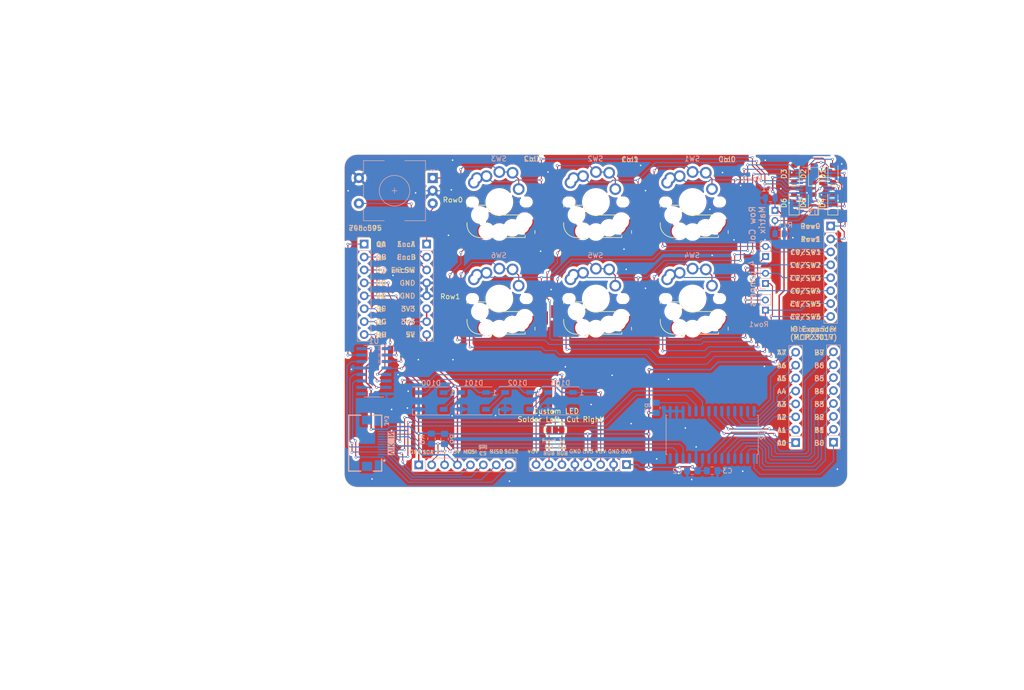
<source format=kicad_pcb>
(kicad_pcb (version 20221018) (generator pcbnew)
  (layers (0 "F.Cu" signal) (31 "B.Cu" signal) (34 "B.Paste" user) (35 "F.Paste" user) (36 "B.SilkS" user "B.Silkscreen") (37 "F.SilkS" user "F.Silkscreen") (38 "B.Mask" user) (39 "F.Mask" user) (44 "Edge.Cuts" user))
  (net 0 "")
  (net 1 "GND")
  (net 2 "+5V")
  (net 3 "Net-(U2-~{RESET})")
  (net 4 "rgb_led_in")
  (net 5 "SDA")
  (net 6 "SCL")
  (net 7 "GPIO_AD2")
  (net 8 "+3V3")
  (net 9 "MOSI")
  (net 10 "SPI_CS")
  (net 11 "MISO")
  (net 12 "SCLK")
  (net 13 "GPIO_AD1")
  (net 17 "Net-(J3-Pin_1)")
  (net 18 "Net-(J3-Pin_2)")
  (net 19 "Net-(J3-Pin_3)")
  (net 20 "Net-(J3-Pin_4)")
  (net 21 "Net-(J3-Pin_5)")
  (net 22 "Net-(J3-Pin_6)")
  (net 23 "Net-(J4-Pin_1)")
  (net 24 "Net-(J4-Pin_2)")
  (net 25 "Net-(J4-Pin_3)")
  (net 26 "Net-(J4-Pin_4)")
  (net 27 "Net-(J4-Pin_5)")
  (net 28 "Net-(J5-Pin_1)")
  (net 29 "Net-(J5-Pin_2)")
  (net 30 "Net-(J5-Pin_3)")
  (net 31 "Net-(J5-Pin_4)")
  (net 32 "Net-(J5-Pin_5)")
  (net 33 "Net-(J5-Pin_6)")
  (net 34 "Net-(J5-Pin_7)")
  (net 35 "Net-(J5-Pin_8)")
  (net 36 "row0")
  (net 37 "sw1_row0_in")
  (net 38 "sw2_row0_in")
  (net 39 "sw3_row0_in")
  (net 40 "row1")
  (net 41 "sw4_row1_in")
  (net 42 "sw5_row1_in")
  (net 43 "sw6_row1_in")
  (net 44 "Net-(D100-DOUT)")
  (net 45 "Net-(D101-DOUT)")
  (net 46 "Net-(D102-DOUT)")
  (net 48 "Net-(J3-Pin_8)")
  (net 49 "Net-(J3-Pin_7)")
  (net 50 "Net-(J4-Pin_8)")
  (net 51 "Net-(J4-Pin_7)")
  (net 52 "Net-(J4-Pin_6)")
  (net 53 "col0_sw1")
  (net 54 "col1_sw2")
  (net 55 "col2_sw3")
  (net 56 "col0_sw4")
  (net 57 "col1_sw5")
  (net 58 "col2_sw6")
  (net 59 "EncA")
  (net 60 "EncB")
  (net 61 "EncSW")
  (net 62 "Net-(JP10-B)")
  (net 63 "sw1_out")
  (net 64 "sw2_out")
  (net 65 "sw3_out")
  (net 66 "sw4_out")
  (net 67 "sw5_out")
  (net 68 "sw6_out")
  (net 70 "Net-(D100-DIN)")
  (net 71 "rgb_led_out")
  (footprint "Diode_SMD:D_SOD-123" (layer "F.Cu") (at 238.32 98.48 90)
    (fp_text reference "D4")
    (fp_text value "1N4148W")
  )
  (footprint "Diode_SMD:D_SOD-123" (layer "F.Cu") (at 238.34 92.7675 90)
    (fp_text reference "D1")
    (fp_text value "1N4148W")
  )
  (footprint "Diode_SMD:D_SOD-123" (layer "F.Cu") (at 234.53 92.7675 90)
    (fp_text reference "D2")
    (fp_text value "1N4148W")
  )
  (footprint "Diode_SMD:D_SOD-123" (layer "F.Cu") (at 230.72 92.7675 90)
    (fp_text reference "D3")
    (fp_text value "1N4148W")
  )
  (footprint "Jumper:SolderJumper-3_P1.3mm_Bridged12_RoundedPad1.0x1.5mm" (layer "F.Cu") (at 183.75 143.11 180)
    (fp_text reference "JP1" hide)
    (fp_text value "SolderJumper_3_Bridged12")
  )
  (footprint "Diode_SMD:D_SOD-123" (layer "F.Cu") (at 234.515 98.48 90)
    (fp_text reference "D5")
    (fp_text value "1N4148W")
  )
  (footprint "Diode_SMD:D_SOD-123" (layer "F.Cu") (at 230.71 98.48 90)
    (fp_text reference "D6")
    (fp_text value "1N4148W")
  )
  (footprint "Resistor_SMD:R_0805_2012Metric_Pad1.20x1.40mm_HandSolder" (layer "B.Cu") (at 203.595 138.75 -90)
    (fp_text reference "R7")
    (fp_text value "10kΩ")
  )
  (footprint "fingerpunch:PinSocket_1x08_P2.54mm_Vertical" (layer "B.Cu") (at 156.895 149.975 -90)
    (fp_text reference "J6" hide)
    (fp_text value "Conn_01x08_Socket")
  )
  (footprint "Package_SO:SOIC-28W_7.5x17.9mm_P1.27mm" (layer "B.Cu") (at 214.59 144.07 90)
    (fp_text reference "U2")
    (fp_text value "MCP23017-E/SO")
  )
  (footprint "Resistor_SMD:R_0805_2012Metric_Pad1.20x1.40mm_HandSolder" (layer "B.Cu") (at 161.96 144.88 90)
    (fp_text reference "R9")
    (fp_text value "4.7kΩ")
  )
  (footprint "fingerpunch:gateron-ks27-choc-v1-mx-soldered-and-hotswap" (layer "B.Cu") (at 191.74 98.29 180)
    (fp_text reference "SW2")
    (fp_text value "SW_Push")
  )
  (footprint "Connector_PinHeader_2.00mm:PinHeader_1x02_P2.00mm_Vertical" (layer "B.Cu") (at 225.1 109.02)
    (fp_text reference "JP7" hide)
    (fp_text value "Jumper_2_Bridged")
  )
  (footprint "fingerpunch:PinSocket_1x08_P2.54mm_Vertical" (layer "B.Cu") (at 231.01 145.61)
    (fp_text reference "J4" hide)
    (fp_text value "Conn_01x08_Socket")
  )
  (footprint "fingerpunch:PinSocket_1x08_P2.54mm_Vertical" (layer "B.Cu") (at 146.17 106.57 180)
    (fp_text reference "J5" hide)
    (fp_text value "Conn_01x08_Socket")
  )
  (footprint "Package_SO:SOIC-16_3.9x9.9mm_P1.27mm" (layer "B.Cu") (at 148.08 131.56 180)
    (fp_text reference "U1")
    (fp_text value "SN74HC595")
  )
  (footprint "fingerpunch:PinSocket_1x08_P2.54mm_Vertical" (layer "B.Cu") (at 237.89 103.02 180)
    (fp_text reference "J17" hide)
    (fp_text value "Conn_01x08_Socket")
  )
  (footprint "fingerpunch:gateron-ks27-choc-v1-mx-soldered-and-hotswap" (layer "B.Cu") (at 210.74 98.29 180)
    (fp_text reference "SW1")
    (fp_text value "SW_Push")
  )
  (footprint "Capacitor_SMD:C_0805_2012Metric_Pad1.18x1.45mm_HandSolder" (layer "B.Cu") (at 214.595 151.12 180)
    (fp_text reference "C3")
    (fp_text value "0.1uF")
  )
  (footprint "Connector_PinHeader_2.00mm:PinHeader_1x02_P2.00mm_Vertical" (layer "B.Cu") (at 225.08 114.31)
    (fp_text reference "JP9" hide)
    (fp_text value "Jumper_2_Bridged")
  )
  (footprint "Capacitor_SMD:C_0805_2012Metric_Pad1.18x1.45mm_HandSolder" (layer "B.Cu") (at 210.695 151.12)
    (fp_text reference "C2")
    (fp_text value "0.1uF")
  )
  (footprint "LED_SMD:LED_WS2812B_PLCC4_5.0x5.0mm_P3.2mm" (layer "B.Cu") (at 184.78 137.38 180)
    (fp_text reference "D103")
    (fp_text value "WS2812B")
  )
  (footprint "fingerpunch:RotaryEncoder_EC11-no-legs" (layer "B.Cu") (at 152.13 96.07 180)
    (fp_text reference "SW10")
    (fp_text value "RotaryEncoder_Switch")
  )
  (footprint "fingerpunch:gateron-ks27-choc-v1-mx-soldered-and-hotswap" (layer "B.Cu") (at 172.74 98.29 180)
    (fp_text reference "SW3")
    (fp_text value "SW_Push")
  )
  (footprint "LED_SMD:LED_WS2812B_PLCC4_5.0x5.0mm_P3.2mm" (layer "B.Cu") (at 176.33 137.38 180)
    (fp_text reference "D102")
    (fp_text value "WS2812B")
  )
  (footprint "vik:vik-module-connector-horizontal" (layer "B.Cu") (at 147.412 145.7 90)
    (fp_text reference "J1" hide)
    (fp_text value "~")
  )
  (footprint "fingerpunch:PinSocket_1x08_P2.54mm_Vertical" (layer "B.Cu") (at 158.45 106.57 180)
    (fp_text reference "J2" hide)
    (fp_text value "Conn_01x08_Socket")
  )
  (footprint "Resistor_SMD:R_0805_2012Metric_Pad1.20x1.40mm_HandSolder" (layer "B.Cu") (at 159.4 144.83 90)
    (fp_text reference "R8")
    (fp_text value "4.7kΩ")
  )
  (footprint "fingerpunch:gateron-ks27-choc-v1-mx-soldered-and-hotswap" (layer "B.Cu") (at 210.74 117.29 180)
    (fp_text reference "SW4")
    (fp_text value "SW_Push")
  )
  (footprint "LED_SMD:LED_WS2812B_PLCC4_5.0x5.0mm_P3.2mm" (layer "B.Cu") (at 167.67 137.39 180)
    (fp_text reference "D101")
    (fp_text value "WS2812B")
  )
  (footprint "Resistor_SMD:R_0805_2012Metric" (layer "B.Cu") (at 227.86 104.53)
    (fp_text reference "R1")
    (fp_text value "10k")
  )
  (footprint "Connector_PinHeader_2.00mm:PinHeader_1x02_P2.00mm_Vertical" (layer "B.Cu") (at 226.94 99.93 180)
    (fp_text reference "JP10" hide)
    (fp_text value "Row Col Matrix")
  )
  (footprint "LED_SMD:LED_WS2812B_PLCC4_5.0x5.0mm_P3.2mm" (layer "B.Cu") (at 159.33 137.41 180)
    (fp_text reference "D100")
    (fp_text value "WS2812B")
  )
  (footprint "Package_SO:TSSOP-24_4.4x7.8mm_P0.65mm" (layer "B.Cu") (at 234.5875 95.535)
    (fp_text reference "U3")
    (fp_text value "TS3A27518EPW")
  )
  (footprint "fingerpunch:gateron-ks27-choc-v1-mx-soldered-and-hotswap" (layer "B.Cu") (at 191.74 117.29 180)
    (fp_text reference "SW5")
    (fp_text value "SW_Push")
  )
  (footprint "fingerpunch:PinSocket_1x08_P2.54mm_Vertical" (layer "B.Cu") (at 197.75 149.92 90)
    (fp_text reference "J7" hide)
    (fp_text value "Conn_01x08_Socket")
  )
  (footprint "fingerpunch:PinSocket_1x08_P2.54mm_Vertical" (layer "B.Cu") (at 238.44 145.53)
    (fp_text reference "J3" hide)
    (fp_text value "Conn_01x08_Socket")
  )
  (footprint "Connector_PinHeader_2.00mm:PinHeader_1x02_P2.00mm_Vertical" (layer "B.Cu") (at 225.06 119.56)
    (fp_text reference "JP8" hide)
    (fp_text value "Jumper_2_Bridged")
  )
  (footprint "Capacitor_SMD:C_0805_2012Metric" (layer "B.Cu") (at 226.01 97.49)
    (fp_text reference "C1")
    (fp_text value "0.1uF")
  )
  (footprint "fingerpunch:gateron-ks27-choc-v1-mx-soldered-and-hotswap" (layer "B.Cu") (at 172.74 117.29 180)
    (fp_text reference "SW6")
    (fp_text value "SW_Push")
  )
  (gr_line (start 142.24 91.44) (end 142.24 151.86) (stroke (width 0.05)) (layer "Edge.Cuts"))
  (gr_arc (start 144.78 154.4) (mid 142.983949 153.656051) (end 142.24 151.86) (stroke (width 0.05)) (layer "Edge.Cuts"))
  (gr_line (start 238.7 88.9) (end 144.78 88.9) (stroke (width 0.05)) (layer "Edge.Cuts"))
  (gr_line (start 144.78 154.4) (end 238.7 154.4) (stroke (width 0.05)) (layer "Edge.Cuts"))
  (gr_arc (start 241.24 151.86) (mid 240.496051 153.656051) (end 238.7 154.4) (stroke (width 0.05)) (layer "Edge.Cuts"))
  (gr_line (start 241.24 151.86) (end 241.24 91.44) (stroke (width 0.05)) (layer "Edge.Cuts"))
  (gr_arc (start 238.7 88.9) (mid 240.496051 89.643949) (end 241.24 91.44) (stroke (width 0.05)) (layer "Edge.Cuts"))
  (gr_arc (start 142.24 91.44) (mid 142.983949 89.643949) (end 144.78 88.9) (stroke (width 0.05)) (layer "Edge.Cuts"))
  (gr_text "EncSW" (at 156.34 112.27) (layer "B.SilkS") (effects (font (size 1 1)) (justify left bottom mirror)))
  (gr_text "A7" (at 229.194524 128.49) (layer "B.SilkS") (effects (font (size 1 1)) (justify left bottom mirror)))
  (gr_text "5V" (at 156.31 124.97) (layer "B.SilkS") (effects (font (size 1 1)) (justify left bottom mirror)))
  (gr_text "C0/SW1" (at 236.06 108.74) (layer "B.SilkS") (effects (font (size 1 1)) (justify left bottom mirror)))
  (gr_text "3V3" (at 156.23 119.9) (layer "B.SilkS") (effects (font (size 1 1)) (justify left bottom mirror)))
  (gr_text "EncA" (at 156.31 107.19) (layer "B.SilkS") (effects (font (size 1 1)) (justify left bottom mirror)))
  (gr_text "B2" (at 236.71738 141.19) (layer "B.SilkS") (effects (font (size 1 1)) (justify left bottom mirror)))
  (gr_text "+5V" (at 164.075 147.39) (layer "B.SilkS") (effects (font (size 0.75 0.75) (thickness 0.1)) (justify mirror)))
  (gr_text "QB" (at 150.59 109.74) (layer "B.SilkS") (effects (font (size 1 1)) (justify left bottom mirror)))
  (gr_text "QA" (at 150.59 107.2) (layer "B.SilkS") (effects (font (size 1 1)) (justify left bottom mirror)))
  (gr_text "SPI\nCS" (at 169.52 147.11) (layer "B.SilkS") (effects (font (size 0.75 0.75) (thickness 0.1)) (justify mirror)))
  (gr_text "Row Col - 4 jumpers\nMatrix" (at 225.13 98.98 90) (layer "B.SilkS") (effects (font (size 1.2 1.2) (thickness 0.2) bold) (justify left bottom mirror)))
  (gr_text "B4" (at 236.71738 136.11) (layer "B.SilkS") (effects (font (size 1 1)) (justify left bottom mirror)))
  (gr_text "GND" (at 156.31 117.35) (layer "B.SilkS") (effects (font (size 1 1)) (justify left bottom mirror)))
  (gr_text "B5" (at 236.71738 133.57) (layer "B.SilkS") (effects (font (size 1 1)) (justify left bottom mirror)))
  (gr_text "3V3" (at 198.76 147.78) (layer "B.SilkS") (effects (font (size 0.75 0.75) (thickness 0.1)) (justify left bottom mirror)))
  (gr_text "EncB" (at 156.31 109.73) (layer "B.SilkS") (effects (font (size 1 1)) (justify left bottom mirror)))
  (gr_text "74hc595" (at 149.7 104.04) (layer "B.SilkS") (effects (font (size 1 1)) (justify left bottom mirror)))
  (gr_text "A4" (at 229.194524 136.11) (layer "B.SilkS") (effects (font (size 1 1)) (justify left bottom mirror)))
  (gr_text "B6" (at 236.71738 131.03) (layer "B.SilkS") (effects (font (size 1 1)) (justify left bottom mirror)))
  (gr_text "SCLK" (at 175.1 147.35) (layer "B.SilkS") (effects (font (size 0.75 0.75) (thickness 0.1)) (justify mirror)))
  (gr_text "C1/SW5" (at 235.95 118.91) (layer "B.SilkS") (effects (font (size 1 1)) (justify left bottom mirror)))
  (gr_text "QD" (at 150.59 114.82) (layer "B.SilkS") (effects (font (size 1 1)) (justify left bottom mirror)))
  (gr_text "A6" (at 229.194524 131.03) (layer "B.SilkS") (effects (font (size 1 1)) (justify left bottom mirror)))
  (gr_text "Row0" (at 235.95 103.67) (layer "B.SilkS") (effects (font (size 1 1)) (justify left bottom mirror)))
  (gr_text "A2" (at 229.194524 141.19) (layer "B.SilkS") (effects (font (size 1 1)) (justify left bottom mirror)))
  (gr_text "QE" (at 150.59 117.36) (layer "B.SilkS") (effects (font (size 1 1)) (justify left bottom mirror)))
  (gr_text "Col2" (at 181.01 90.41) (layer "B.SilkS") (effects (font (size 1 1)) (justify left bottom mirror)))
  (gr_text "Row1" (at 235.95 106.21) (layer "B.SilkS") (effects (font (size 1 1)) (justify left bottom mirror)))
  (gr_text "C2/SW3" (at 235.95 113.83) (layer "B.SilkS") (effects (font (size 1 1)) (justify left bottom mirror)))
  (gr_text "B7" (at 236.71738 128.49) (layer "B.SilkS") (effects (font (size 1 1)) (justify left bottom mirror)))
  (gr_text "A5" (at 229.194524 133.57) (layer "B.SilkS") (effects (font (size 1 1)) (justify left bottom mirror)))
  (gr_text "SDA" (at 158.8 147.49) (layer "B.SilkS") (effects (font (size 0.75 0.75) (thickness 0.1)) (justify mirror)))
  (gr_text "B0" (at 236.71738 146.27) (layer "B.SilkS") (effects (font (size 1 1)) (justify left bottom mirror)))
  (gr_text "MOSI" (at 166.98 147.4) (layer "B.SilkS") (effects (font (size 0.75 0.75) (thickness 0.1)) (justify mirror)))
  (gr_text "QF" (at 150.59 119.9) (layer "B.SilkS") (effects (font (size 1 1)) (justify left bottom mirror)))
  (gr_text "A3" (at 229.194524 138.65) (layer "B.SilkS") (effects (font (size 1 1)) (justify left bottom mirror)))
  (gr_text "C2/SW6" (at 235.95 121.45) (layer "B.SilkS") (effects (font (size 1 1)) (justify left bottom mirror)))
  (gr_text "A1" (at 229.194524 143.73) (layer "B.SilkS") (effects (font (size 1 1)) (justify left bottom mirror)))
  (gr_text "IO Expander\n(MCP23017)" (at 239.22 125.47) (layer "B.SilkS") (effects (font (size 1 1)) (justify left bottom mirror)))
  (gr_text "C1/SW2" (at 235.95 111.29) (layer "B.SilkS") (effects (font (size 1 1)) (justify left bottom mirror)))
  (gr_text "QG" (at 150.59 122.44) (layer "B.SilkS") (effects (font (size 1 1)) (justify left bottom mirror)))
  (gr_text "MISO" (at 172.14 147.38) (layer "B.SilkS") (effects (font (size 0.75 0.75) (thickness 0.1)) (justify mirror)))
  (gr_text " From\n Ext\n RGB" (at 182.8 146.48) (layer "B.SilkS") (effects (font (size 0.75 0.75) (thickness 0.1)) (justify mirror)))
  (gr_text "SCL" (at 161.431066 147.465) (layer "B.SilkS") (effects (font (size 0.75 0.75) (thickness 0.1)) (justify mirror)))
  (gr_text " To\n Ext\n RGB" (at 185.39 146.5) (layer "B.SilkS") (effects (font (size 0.75 0.75) (thickness 0.1)) (justify mirror)))
  (gr_text "QC" (at 150.59 112.28) (layer "B.SilkS") (effects (font (size 1 1)) (justify left bottom mirror)))
  (gr_text "Row0" (at 224.536 94.234) (layer "B.SilkS") (effects (font (size 1 1)) (justify left bottom mirror)))
  (gr_text "QH" (at 150.59 124.98) (layer "B.SilkS") (effects (font (size 1 1)) (justify left bottom mirror)))
  (gr_text "GND" (at 187.64 147.31) (layer "B.SilkS") (effects (font (size 0.75 0.75) (thickness 0.1)) (justify mirror)))
  (gr_text "Row1" (at 225.806 122.936) (layer "B.SilkS") (effects (font (size 1 1)) (justify left bottom mirror)))
  (gr_text "+5V" (at 192.755 147.34) (layer "B.SilkS") (effects (font (size 0.75 0.75) (thickness 0.1)) (justify mirror)))
  (gr_text "3V3" (at 191.23 147.77) (layer "B.SilkS") (effects (font (size 0.75 0.75) (thickness 0.1)) (justify left bottom mirror)))
  (gr_text "C0/SW4" (at 235.95 116.37) (layer "B.SilkS") (effects (font (size 1 1)) (justify left bottom mirror)))
  (gr_text "GND" (at 156.25 147.415) (layer "B.SilkS") (effects (font (size 0.75 0.75) (thickness 0.1)) (justify mirror)))
  (gr_text "GND" (at 156.31 114.81) (layer "B.SilkS") (effects (font (size 1 1)) (justify left bottom mirror)))
  (gr_text "+5V" (at 179.45 147.32) (layer "B.SilkS") (effects (font (size 0.75 0.75) (thickness 0.1)) (justify mirror)))
  (gr_text "A0" (at 229.194524 146.27) (layer "B.SilkS") (effects (font (size 1 1)) (justify left bottom mirror)))
  (gr_text "Col0" (at 219.3 90.49) (layer "B.SilkS") (effects (font (size 1 1)) (justify left bottom mirror)))
  (gr_text "B3" (at 236.71738 138.65) (layer "B.SilkS") (effects (font (size 1 1)) (justify left bottom mirror)))
  (gr_text "B1" (at 236.71738 143.73) (layer "B.SilkS") (effects (font (size 1 1)) (justify left bottom mirror)))
  (gr_text "GND" (at 195.25 147.345) (layer "B.SilkS") (effects (font (size 0.75 0.75) (thickness 0.1)) (justify mirror)))
  (gr_text "Col1" (at 200.2 90.5) (layer "B.SilkS") (effects (font (size 1 1)) (justify left bottom mirror)))
  (gr_text "3V3" (at 156.23 122.44) (layer "B.SilkS") (effects (font (size 1 1)) (justify left bottom mirror)))
  (gr_text "B1" (at 234.58 143.73) (layer "F.SilkS") (effects (font (size 1 1)) (justify left bottom)))
  (gr_text "GND" (at 187.64 147.335) (layer "F.SilkS") (effects (font (size 0.75 0.75) (thickness 0.1))))
  (gr_text "A7" (at 227.28 128.49) (layer "F.SilkS") (effects (font (size 1 1)) (justify left bottom)))
  (gr_text "B7" (at 234.58 128.49) (layer "F.SilkS") (effects (font (size 1 1)) (justify left bottom)))
  (gr_text "MOSI" (at 166.985 147.39) (layer "F.SilkS") (effects (font (size 0.75 0.75) (thickness 0.1))))
  (gr_text "+5V" (at 192.58 147.34) (layer "F.SilkS") (effects (font (size 0.75 0.75) (thickness 0.1))))
  (gr_text "    Custom LED\nSolder Left, Cut Right" (at 176.24 141.62) (layer "F.SilkS") (effects (font (size 1 1)) (justify left bottom)))
  (gr_text "5V" (at 154.23 124.97) (layer "F.SilkS") (effects (font (size 1 1)) (justify left bottom)))
  (gr_text "SDA" (at 158.693934 147.49) (layer "F.SilkS") (effects (font (size 0.75 0.75) (thickness 0.1))))
  (gr_text "B2" (at 234.58 141.19) (layer "F.SilkS") (effects (font (size 1 1)) (justify left bottom)))
  (gr_text "QB" (at 148.42 109.74) (layer "F.SilkS") (effects (font (size 1 1)) (justify left bottom)))
  (gr_text "GND" (at 195.25 147.37) (layer "F.SilkS") (effects (font (size 0.75 0.75) (thickness 0.1))))
  (gr_text "MISO" (at 172.14 147.37) (layer "F.SilkS") (effects (font (size 0.75 0.75) (thickness 0.1))))
  (gr_text "QF" (at 148.42 119.9) (layer "F.SilkS") (effects (font (size 1 1)) (justify left bottom)))
  (gr_text "C1/SW2" (at 229.86 111.3) (layer "F.SilkS") (effects (font (size 1 1)) (justify left bottom)))
  (gr_text "A1" (at 227.28 143.73) (layer "F.SilkS") (effects (font (size 1 1)) (justify left bottom)))
  (gr_text "SCL" (at 161.325 147.465) (layer "F.SilkS") (effects (font (size 0.75 0.75) (thickness 0.1))))
  (gr_text "74hc595" (at 143 104.01) (layer "F.SilkS") (effects (font (size 1 1)) (justify left bottom)))
  (gr_text "SCLK" (at 175.1 147.35) (layer "F.SilkS") (effects (font (size 0.75 0.75) (thickness 0.1))))
  (gr_text "EncA" (at 152.57 107.18) (layer "F.SilkS") (effects (font (size 1 1)) (justify left bottom)))
  (gr_text "Col1" (at 196.65 90.51) (layer "F.SilkS") (effects (font (size 1 1)) (justify left bottom)))
  (gr_text "A5" (at 227.28 133.57) (layer "F.SilkS") (effects (font (size 1 1)) (justify left bottom)))
  (gr_text "IO Expander\n(MCP23017)" (at 229.83 125.48) (layer "F.SilkS") (effects (font (size 1 1)) (justify left bottom)))
  (gr_text "B3" (at 234.58 138.65) (layer "F.SilkS") (effects (font (size 1 1)) (justify left bottom)))
  (gr_text "Col0" (at 215.74 90.5) (layer "F.SilkS") (effects (font (size 1 1)) (justify left bottom)))
  (gr_text "QH" (at 148.42 124.98) (layer "F.SilkS") (effects (font (size 1 1)) (justify left bottom)))
  (gr_text "Row0" (at 231.86 103.64) (layer "F.SilkS") (effects (font (size 1 1)) (justify left bottom)))
  (gr_text "Row1" (at 161.036 117.46) (layer "F.SilkS") (effects (font (size 1 1)) (justify left bottom)))
  (gr_text " To\n Ext\n RGB" (at 184.81 146.49) (layer "F.SilkS") (effects (font (size 0.75 0.75) (thickness 0.1))))
  (gr_text "QD" (at 148.42 114.82) (layer "F.SilkS") (effects (font (size 1 1)) (justify left bottom)))
  (gr_text "C1/SW5" (at 229.86 118.92) (layer "F.SilkS") (effects (font (size 1 1)) (justify left bottom)))
  (gr_text "C2/SW3" (at 229.86 113.84) (layer "F.SilkS") (effects (font (size 1 1)) (justify left bottom)))
  (gr_text "3V3" (at 189.11 147.78) (layer "F.SilkS") (effects (font (size 0.75 0.75) (thickness 0.1)) (justify left bottom)))
  (gr_text "QE" (at 148.42 117.36) (layer "F.SilkS") (effects (font (size 1 1)) (justify left bottom)))
  (gr_text "3V3" (at 153.34 119.91) (layer "F.SilkS") (effects (font (size 1 1)) (justify left bottom)))
  (gr_text "C0/SW1" (at 229.86 108.76) (layer "F.SilkS") (effects (font (size 1 1)) (justify left bottom)))
  (gr_text "B4" (at 234.58 136.11) (layer "F.SilkS") (effects (font (size 1 1)) (justify left bottom)))
  (gr_text "SPI\nCS" (at 169.52 147.11) (layer "F.SilkS") (effects (font (size 0.75 0.75) (thickness 0.1))))
  (gr_text "Row0" (at 161.55 98.46) (layer "F.SilkS") (effects (font (size 1 1)) (justify left bottom)))
  (gr_text "A4" (at 227.28 136.11) (layer "F.SilkS") (effects (font (size 1 1)) (justify left bottom)))
  (gr_text "GND" (at 156.25 147.44) (layer "F.SilkS") (effects (font (size 0.75 0.75) (thickness 0.1))))
  (gr_text "A3" (at 227.28 138.65) (layer "F.SilkS") (effects (font (size 1 1)) (justify left bottom)))
  (gr_text "GND" (at 153.06 117.35) (layer "F.SilkS") (effects (font (size 1 1)) (justify left bottom)))
  (gr_text "QA" (at 148.42 107.2) (layer "F.SilkS") (effects (font (size 1 1)) (justify left bottom)))
  (gr_text "+5V" (at 163.9 147.39) (layer "F.SilkS") (effects (font (size 0.75 0.75) (thickness 0.1))))
  (gr_text "+5V" (at 179.275 147.32) (layer "F.SilkS") (effects (font (size 0.75 0.75) (thickness 0.1))))
  (gr_text "QC" (at 148.42 112.28) (layer "F.SilkS") (effects (font (size 1 1)) (justify left bottom)))
  (gr_text " From\n Ext\n RGB" (at 182.22 146.47) (layer "F.SilkS") (effects (font (size 0.75 0.75) (thickness 0.1))))
  (gr_text "3V3" (at 196.64 147.79) (layer "F.SilkS") (effects (font (size 0.75 0.75) (thickness 0.1)) (justify left bottom)))
  (gr_text "EncB" (at 152.57 109.72) (layer "F.SilkS") (effects (font (size 1 1)) (justify left bottom)))
  (gr_text "3V3" (at 153.34 122.45) (layer "F.SilkS") (effects (font (size 1 1)) (justify left bottom)))
  (gr_text "A2" (at 227.28 141.19) (layer "F.SilkS") (effects (font (size 1 1)) (justify left bottom)))
  (gr_text "QG" (at 148.42 122.44) (layer "F.SilkS") (effects (font (size 1 1)) (justify left bottom)))
  (gr_text "B6" (at 234.58 131.03) (layer "F.SilkS") (effects (font (size 1 1)) (justify left bottom)))
  (gr_text "B5" (at 234.58 133.57) (layer "F.SilkS") (effects (font (size 1 1)) (justify left bottom)))
  (gr_text "GND" (at 153.06 114.81) (layer "F.SilkS") (effects (font (size 1 1)) (justify left bottom)))
  (gr_text "C0/SW4" (at 229.86 116.38) (layer "F.SilkS") (effects (font (size 1 1)) (justify left bottom)))
  (gr_text "EncSW" (at 151.33 112.28) (layer "F.SilkS") (effects (font (size 1 1)) (justify left bottom)))
  (gr_text "A6" (at 227.28 131.03) (layer "F.SilkS") (effects (font (size 1 1)) (justify left bottom)))
  (gr_text "Col2" (at 177.48 90.4) (layer "F.SilkS") (effects (font (size 1 1)) (justify left bottom)))
  (gr_text "Row1" (at 231.902 106.21) (layer "F.SilkS") (effects (font (size 1 1)) (justify left bottom)))
  (gr_text "C2/SW6" (at 229.86 121.46) (layer "F.SilkS") (effects (font (size 1 1)) (justify left bottom)))
  (gr_text "B0" (at 234.58 146.27) (layer "F.SilkS") (effects (font (size 1 1)) (justify left bottom)))
  (gr_text "A0" (at 227.28 146.27) (layer "F.SilkS") (effects (font (size 1 1)) (justify left bottom)))
  (segment (start 227.5 90.08) (end 225.04 90.08) (width 0.2) (layer "F.Cu") (net 1))
  (segment (start 229.93 92.51) (end 227.5 90.08) (width 0.2) (layer "F.Cu") (net 1))
  (segment (start 230.22 92.51) (end 229.93 92.51) (width 0.2) (layer "F.Cu") (net 1))
  (segment (start 151.55 139.09) (end 151.56 139.08) (width 0.2) (layer "F.Cu") (net 1))
  (segment (start 151.55 143.24) (end 151.55 139.09) (width 0.2) (layer "F.Cu") (net 1))
  (via (at 203.68 148.81) (size 0.5) (drill 0.3) (layers "F.Cu" "B.Cu") (net 1))
  (via (at 190.79 138.11) (size 0.5) (drill 0.3) (layers "F.Cu" "B.Cu") (net 1))
  (via (at 172.01 140.27) (size 0.5) (drill 0.3) (layers "F.Cu" "B.Cu") (net 1))
  (via (at 236.07 96.87) (size 0.5) (drill 0.3) (layers "F.Cu" "B.Cu") (net 1))
  (via (at 211.44 146.44) (size 0.5) (drill 0.3) (layers "F.Cu" "B.Cu") (net 1))
  (via (at 147.72 152.75) (size 0.5) (drill 0.3) (layers "F.Cu" "B.Cu") (net 1))
  (via (at 206.01 133.15) (size 0.5) (drill 0.3) (layers "F.Cu" "B.Cu") (net 1))
  (via (at 182.93 115.5) (size 0.5) (drill 0.3) (layers "F.Cu" "B.Cu") (net 1))
  (via (at 216.62 92.49) (size 0.5) (drill 0.3) (layers "F.Cu" "B.Cu") (net 1))
  (via (at 214.59 108.78) (size 0.5) (drill 0.3) (layers "F.Cu" "B.Cu") (net 1))
  (via (at 228.08 95.66) (size 0.5) (drill 0.3) (layers "F.Cu" "B.Cu") (net 1))
  (via (at 201.48 115.25) (size 0.5) (drill 0.3) (layers "F.Cu" "B.Cu") (net 1))
  (via (at 156.28 96.5) (size 0.5) (drill 0.3) (layers "F.Cu" "B.Cu") (net 1))
  (via (at 220.2 95.06) (size 0.5) (drill 0.3) (layers "F.Cu" "B.Cu") (net 1))
  (via (at 143.01 96.08) (size 0.5) (drill 0.3) (layers "F.Cu" "B.Cu") (net 1))
  (via (at 174.73 153.18) (size 0.5) (drill 0.3) (layers "F.Cu" "B.Cu") (net 1))
  (via (at 156.82 129.29) (size 0.5) (drill 0.3) (layers "F.Cu" "B.Cu") (net 1))
  (via (at 163.47 140.32) (size 0.5) (drill 0.3) (layers "F.Cu" "B.Cu") (net 1))
  (via (at 239.35 98.01) (size 0.5) (drill 0.3) (layers "F.Cu" "B.Cu") (net 1))
  (via (at 151.56 139.08) (size 0.5) (drill 0.3) (layers "F.Cu" "B.Cu") (net 1))
  (via (at 180.85 107.97) (size 0.5) (drill 0.3) (layers "F.Cu" "B.Cu") (net 1))
  (via (at 163.55 90.06) (size 0.5) (drill 0.3) (layers "F.Cu" "B.Cu") (net 1))
  (via (at 236.16 98.5) (size 0.5) (drill 0.3) (layers "F.Cu" "B.Cu") (net 1))
  (via (at 210.56 152.86) (size 0.5) (drill 0.3) (layers "F.Cu" "B.Cu") (net 1))
  (via (at 220.59 151.22) (size 0.5) (drill 0.3) (layers "F.Cu" "B.Cu") (net 1))
  (via (at 163.31 95.9) (size 0.5) (drill 0.3) (layers "F.Cu" "B.Cu") (net 1))
  (via (at 151.55 143.24) (size 0.5) (drill 0.3) (layers "F.Cu" "B.Cu") (net 1))
  (via (at 162.74 104.84) (size 0.5) (drill 0.3) (layers "F.Cu" "B.Cu") (net 1))
  (via (at 152.84 132.23) (size 0.5) (drill 0.3) (layers "F.Cu" "B.Cu") (net 1))
  (via (at 240.07 90.8) (size 0.5) (drill 0.3) (layers "F.Cu" "B.Cu") (net 1))
  (via (at 209.32 142.73) (size 0.5) (drill 0.3) (layers "F.Cu" "B.Cu") (net 1))
  (via (at 197.26 107.56) (size 0.5) (drill 0.3) (layers "F.Cu" "B.Cu") (net 1))
  (via (at 229.7 98.47) (size 0.5) (drill 0.3) (layers "F.Cu" "B.Cu") (net 1))
  (via (at 214.14 99.72) (size 0.5) (drill 0.3) (layers "F.Cu" "B.Cu") (net 1))
  (via (at 218.88 105.74) (size 0.5) (drill 0.3) (layers "F.Cu" "B.Cu") (net 1))
  (via (at 239.4 93.44) (size 0.5) (drill 0.3) (layers "F.Cu" "B.Cu") (net 1))
  (via (at 224.86 130.62) (size 0.5) (drill 0.3) (layers "F.Cu" "B.Cu") (net 1))
  (via (at 197.69 111.54) (size 0.5) (drill 0.3) (layers "F.Cu" "B.Cu") (net 1))
  (via (at 151.85 112.72) (size 0.5) (drill 0.3) (layers "F.Cu" "B.Cu") (net 1))
  (via (at 180.6 140.25) (size 0.5) (drill 0.3) (layers "F.Cu" "B.Cu") (net 1))
  (via (at 154.82 135.48) (size 0.5) (drill 0.3) (layers "F.Cu" "B.Cu") (net 1))
  (via (at 163.62 129.29) (size 0.5) (drill 0.3) (layers "F.Cu" "B.Cu") (net 1))
  (via (at 154.67 138.8) (size 0.5) (drill 0.3) (layers "F.Cu" "B.Cu") (net 1))
  (via (at 143.66 131.19) (size 0.5) (drill 0.3) (layers "F.Cu" "B.Cu") (net 1))
  (via (at 239.21 150.82) (size 0.5) (drill 0.3) (layers "F.Cu" "B.Cu") (net 1))
  (via (at 198.65 141.86) (size 0.5) (drill 0.3) (layers "F.Cu" "B.Cu") (net 1))
  (via (at 225.04 90.08) (size 0.5) (drill 0.3) (layers "F.Cu" "B.Cu") (net 1))
  (via (at 182.31 92.4) (size 0.5) (drill 0.3) (layers "F.Cu" "B.Cu") (net 1))
  (via (at 200.52 91.09) (size 0.5) (drill 0.3) (layers "F.Cu" "B.Cu") (net 1))
  (via (at 233.23 96.49) (size 0.5) (drill 0.3) (layers "F.Cu" "B.Cu") (net 1))
  (via (at 230.22 92.51) (size 0.5) (drill 0.3) (layers "F.Cu" "B.Cu") (net 1))
  (via (at 185.73 130.7) (size 0.5) (drill 0.3) (layers "F.Cu" "B.Cu") (net 1))
  (via (at 207.98 151.65) (size 0.5) (drill 0.3) (layers "F.Cu" "B.Cu") (net 1))
  (via (at 230.46 105.31) (size 0.5) (drill 0.3) (layers "F.Cu" "B.Cu") (net 1))
  (via (at 194.92 132.37) (size 0.5) (drill 0.3) (layers "F.Cu" "B.Cu") (net 1))
  (via (at 238.81 95.74) (size 0.5) (drill 0.3) (layers "F.Cu" "B.Cu") (net 1))
  (via (at 201.49 96.05) (size 0.5) (drill 0.3) (layers "F.Cu" "B.Cu") (net 1))
  (via (at 224.99 105.73) (size 0.5) (drill 0.3) (layers "F.Cu" "B.Cu") (net 1))
  (segment (start 230.34 99.11) (end 229.7 98.47) (width 0.2) (layer "B.Cu") (net 1))
  (segment (start 231.725 96.51) (end 233.21 96.51) (width 0.2) (layer "B.Cu") (net 1))
  (segment (start 233.21 96.51) (end 233.23 96.49) (width 0.2) (layer "B.Cu") (net 1))
  (segment (start 231.725 98.46) (end 229.71 98.46) (width 0.2) (layer "B.Cu") (net 1))
  (segment (start 163.14 96.07) (end 163.31 95.9) (width 0.2) (layer "B.Cu") (net 1))
  (segment (start 209.6575 151.12) (end 209.6575 151.9575) (width 0.2) (layer "B.Cu") (net 1))
  (segment (start 236.36 97.16) (end 236.07 96.87) (width 0.2) (layer "B.Cu") (net 1))
  (segment (start 238.69 95.86) (end 238.81 95.74) (width 0.2) (layer "B.Cu") (net 1))
  (segment (start 237.45 97.16) (end 236.36 97.16) (width 0.2) (layer "B.Cu") (net 1))
  (segment (start 211.415 146.465) (end 211.44 146.44) (width 0.2) (layer "B.Cu") (net 1))
  (segment (start 156.71 96.07) (end 156.28 96.5) (width 0.2) (layer "B.Cu") (net 1))
  (segment (start 211.415 148.72) (end 211.415 146.465) (width 0.2) (layer "B.Cu") (net 1))
  (segment (start 209.6575 151.9575) (end 210.56 152.86) (width 0.2) (layer "B.Cu") (net 1))
  (segment (start 230.32 92.61) (end 230.22 92.51) (width 0.2) (layer "B.Cu") (net 1))
  (segment (start 236.2 98.46) (end 236.16 98.5) (width 0.2) (layer "B.Cu") (net 1))
  (segment (start 228.08 95.66) (end 228.93 96.51) (width 0.2) (layer "B.Cu") (net 1))
  (segment (start 209.6575 151.12) (end 208.51 151.12) (width 0.2) (layer "B.Cu") (net 1))
  (segment (start 229.71 98.46) (end 229.7 98.47) (width 0.2) (layer "B.Cu") (net 1))
  (segment (start 143.925 130.925) (end 143.66 131.19) (width 0.2) (layer "B.Cu") (net 1))
  (segment (start 231.725 99.11) (end 230.34 99.11) (width 0.2) (layer "B.Cu") (net 1))
  (segment (start 149.45 143.45) (end 151.34 143.45) (width 0.2) (layer "B.Cu") (net 1))
  (segment (start 208.51 151.12) (end 207.98 151.65) (width 0.2) (layer "B.Cu") (net 1))
  (segment (start 228.93 96.51) (end 231.725 96.51) (width 0.2) (layer "B.Cu") (net 1))
  (segment (start 237.45 97.81) (end 239.15 97.81) (width 0.2) (layer "B.Cu") (net 1))
  (segment (start 237.45 98.46) (end 236.2 98.46) (width 0.2) (layer "B.Cu") (net 1))
  (segment (start 237.45 95.86) (end 238.69 95.86) (width 0.2) (layer "B.Cu") (net 1))
  (segment (start 151.34 143.45) (end 151.55 143.24) (width 0.2) (layer "B.Cu") (net 1))
  (segment (start 145.605 130.925) (end 143.925 130.925) (width 0.2) (layer "B.Cu") (net 1))
  (segment (start 237.45 98.46) (end 238.9 98.46) (width 0.2) (layer "B.Cu") (net 1))
  (segment (start 238.9 98.46) (end 239.35 98.01) (width 0.2) (layer "B.Cu") (net 1))
  (segment (start 159.63 96.07) (end 156.71 96.07) (width 0.2) (layer "B.Cu") (net 1))
  (segment (start 159.63 96.07) (end 163.14 96.07) (width 0.2) (layer "B.Cu") (net 1))
  (segment (start 239.15 97.81) (end 239.35 98.01) (width 0.2) (layer "B.Cu") (net 1))
  (segment (start 192.67 149.92) (end 192.67 135.79) (width 0.2) (layer "F.Cu") (net 2))
  (segment (start 164.515 149.975) (end 164.515 134.975) (width 0.28) (layer "F.Cu") (net 2))
  (segment (start 158.45 128.91) (end 164.06 134.52) (width 0.28) (layer "F.Cu") (net 2))
  (segment (start 192.67 135.79) (end 192.65 135.77) (width 0.2) (layer "F.Cu") (net 2))
  (segment (start 158.45 124.35) (end 158.45 128.91) (width 0.28) (layer "F.Cu") (net 2))
  (segment (start 179.97 135.88) (end 180.46 135.39) (width 0.2) (layer "F.Cu") (net 2))
  (segment (start 179.97 149.92) (end 179.97 135.88) (width 0.2) (layer "F.Cu") (net 2))
  (segment (start 164.515 134.975) (end 164.06 134.52) (width 0.28) (layer "F.Cu") (net 2))
  (via (at 192.65 135.77) (size 0.5) (drill 0.3) (layers "F.Cu" "B.Cu") (net 2))
  (via (at 180.46 135.39) (size 0.5) (drill 0.3) (layers "F.Cu" "B.Cu") (net 2))
  (via (at 164.06 134.52) (size 0.6) (drill 0.3) (layers "F.Cu" "B.Cu") (net 2))
  (segment (start 172.92 134.52) (end 176.38 134.52) (width 0.28) (layer "B.Cu") (net 2))
  (segment (start 167.44 134.52) (end 168.66 135.74) (width 0.28) (layer "B.Cu") (net 2))
  (segment (start 178.78 135.73) (end 180.12 135.73) (width 0.28) (layer "B.Cu") (net 2))
  (segment (start 180.46 135.39) (end 181.37 134.48) (width 0.28) (layer "B.Cu") (net 2))
  (segment (start 180.12 135.73) (end 180.46 135.39) (width 0.28) (layer "B.Cu") (net 2))
  (segment (start 176.38 134.52) (end 177.59 135.73) (width 0.28) (layer "B.Cu") (net 2))
  (segment (start 183.71 134.48) (end 184.96 135.73) (width 0.28) (layer "B.Cu") (net 2))
  (segment (start 177.59 135.73) (end 178.78 135.73) (width 0.28) (layer "B.Cu") (net 2))
  (segment (start 149.45 145.45) (end 152 145.45) (width 0.28) (layer "B.Cu") (net 2))
  (segment (start 192.61 135.73) (end 187.23 135.73) (width 0.2) (layer "B.Cu") (net 2))
  (segment (start 164.06 134.52) (end 167.44 134.52) (width 0.28) (layer "B.Cu") (net 2))
  (segment (start 192.65 135.77) (end 192.61 135.73) (width 0.2) (layer "B.Cu") (net 2))
  (segment (start 170.12 135.74) (end 171.7 135.74) (width 0.28) (layer "B.Cu") (net 2))
  (segment (start 162.39 135.76) (end 163.63 134.52) (width 0.28) (layer "B.Cu") (net 2))
  (segment (start 161.78 135.76) (end 162.39 135.76) (width 0.28) (layer "B.Cu") (net 2))
  (segment (start 171.7 135.74) (end 172.92 134.52) (width 0.28) (layer "B.Cu") (net 2))
  (segment (start 181.37 134.48) (end 183.71 134.48) (width 0.28) (layer "B.Cu") (net 2))
  (segment (start 157.54 148) (end 162.54 148) (width 0.28) (layer "B.Cu") (net 2))
  (segment (start 162.54 148) (end 164.515 149.975) (width 0.28) (layer "B.Cu") (net 2))
  (segment (start 152 145.45) (end 152.815 146.265) (width 0.28) (layer "B.Cu") (net 2))
  (segment (start 184.96 135.73) (end 187.23 135.73) (width 0.28) (layer "B.Cu") (net 2))
  (segment (start 163.63 134.52) (end 164.06 134.52) (width 0.28) (layer "B.Cu") (net 2))
  (segment (start 155.805 146.265) (end 157.54 148) (width 0.28) (layer "B.Cu") (net 2))
  (segment (start 152.815 146.265) (end 155.805 146.265) (width 0.28) (layer "B.Cu") (net 2))
  (segment (start 168.66 135.74) (end 170.12 135.74) (width 0.28) (layer "B.Cu") (net 2))
  (segment (start 209.545 137.75) (end 210.145 138.35) (width 0.2) (layer "B.Cu") (net 3))
  (segment (start 210.145 138.35) (end 210.145 139.42) (width 0.2) (layer "B.Cu") (net 3))
  (segment (start 203.595 137.75) (end 209.545 137.75) (width 0.2) (layer "B.Cu") (net 3))
  (segment (start 153.22 145.36) (end 153.22 137.51) (width 0.2) (layer "F.Cu") (net 4))
  (segment (start 153.22 137.51) (end 153.67 137.06) (width 0.2) (layer "F.Cu") (net 4))
  (segment (start 153.67 137.06) (end 153.67 133.32) (width 0.2) (layer "F.Cu") (net 4))
  (segment (start 185.05 143.11) (end 185.05 132.25) (width 0.2) (layer "F.Cu") (net 4))
  (segment (start 185.05 149.92) (end 185.05 143.11) (width 0.2) (layer "F.Cu") (net 4))
  (via (at 153.22 145.36) (size 0.5) (drill 0.3) (layers "F.Cu" "B.Cu") (net 4))
  (via (at 185.05 132.25) (size 0.5) (drill 0.3) (layers "F.Cu" "B.Cu") (net 4))
  (via (at 153.67 133.32) (size 0.5) (drill 0.3) (layers "F.Cu" "B.Cu") (net 4))
  (segment (start 149.45 144.95) (end 152.81 144.95) (width 0.2) (layer "B.Cu") (net 4))
  (segment (start 185.05 132.25) (end 160.21 132.25) (width 0.2) (layer "B.Cu") (net 4))
  (segment (start 152.81 144.95) (end 153.22 145.36) (width 0.2) (layer "B.Cu") (net 4))
  (segment (start 160.21 132.25) (end 159.14 133.32) (width 0.2) (layer "B.Cu") (net 4))
  (segment (start 159.14 133.32) (end 153.67 133.32) (width 0.2) (layer "B.Cu") (net 4))
  (segment (start 159.435 149.975) (end 159.435 149.285) (width 0.2) (layer "F.Cu") (net 5))
  (segment (start 161.82 145.83) (end 160.67 145.83) (width 0.2) (layer "F.Cu") (net 5))
  (segment (start 160.67 148.05) (end 160.67 145.83) (width 0.2) (layer "F.Cu") (net 5))
  (segment (start 163 147.31) (end 163 147.01) (width 0.2) (layer "F.Cu") (net 5))
  (segment (start 163 147.01) (end 161.82 145.83) (width 0.2) (layer "F.Cu") (net 5))
  (segment (start 159.435 149.285) (end 160.67 148.05) (width 0.2) (layer "F.Cu") (net 5))
  (via (at 160.67 145.83) (size 0.5) (drill 0.3) (layers "F.Cu" "B.Cu") (net 5))
  (via (at 163 147.31) (size 0.5) (drill 0.3) (layers "F.Cu" "B.Cu") (net 5))
  (segment (start 157.27 145.83) (end 159.4 145.83) (width 0.2) (layer "B.Cu") (net 5))
  (segment (start 155.39 143.95) (end 157.27 145.83) (width 0.2) (layer "B.Cu") (net 5))
  (segment (start 159.4 145.83) (end 160.67 145.83) (width 0.2) (layer "B.Cu") (net 5))
  (segment (start 207.605 147.335) (end 207.16 146.89) (width 0.2) (layer "B.Cu") (net 5))
  (segment (start 207.16 146.89) (end 206.89 146.62) (width 0.2) (layer "B.Cu") (net 5))
  (segment (start 204.65 146.62) (end 163.69 146.62) (width 0.2) (layer "B.Cu") (net 5))
  (segment (start 207.605 148.72) (end 207.605 147.335) (width 0.2) (layer "B.Cu") (net 5))
  (segment (start 163.69 146.62) (end 163 147.31) (width 0.2) (layer "B.Cu") (net 5))
  (segment (start 206.89 146.62) (end 204.65 146.62) (width 0.2) (layer "B.Cu") (net 5))
  (segment (start 149.45 143.95) (end 155.39 143.95) (width 0.2) (layer "B.Cu") (net 5))
  (segment (start 161.975 147.325) (end 161.975 149.975) (width 0.2) (layer "F.Cu") (net 6))
  (segment (start 161.99 147.31) (end 161.975 147.325) (width 0.2) (layer "F.Cu") (net 6))
  (via (at 161.99 147.31) (size 0.5) (drill 0.3) (layers "F.Cu" "B.Cu") (net 6))
  (segment (start 157.8 147.31) (end 161.99 147.31) (width 0.2) (layer "B.Cu") (net 6))
  (segment (start 161.96 145.88) (end 161.96 147.28) (width 0.2) (layer "B.Cu") (net 6))
  (segment (start 156.14 145.65) (end 157.8 147.31) (width 0.2) (layer "B.Cu") (net 6))
  (segment (start 161.96 145.88) (end 208.22 145.88) (width 0.2) (layer "B.Cu") (net 6))
  (segment (start 154.94 144.45) (end 156.14 145.65) (width 0.2) (layer "B.Cu") (net 6))
  (segment (start 161.96 147.28) (end 161.99 147.31) (width 0.2) (layer "B.Cu") (net 6))
  (segment (start 149.45 144.45) (end 154.94 144.45) (width 0.2) (layer "B.Cu") (net 6))
  (segment (start 208.22 145.88) (end 208.875 146.535) (width 0.2) (layer "B.Cu") (net 6))
  (segment (start 208.875 146.535) (end 208.875 148.72) (width 0.2) (layer "B.Cu") (net 6))
  (segment (start 154.76 148.34) (end 154.76 141.67) (width 0.2) (layer "F.Cu") (net 7))
  (segment (start 154.76 141.67) (end 154.84 141.59) (width 0.2) (layer "F.Cu") (net 7))
  (via (at 154.84 141.59) (size 0.5) (drill 0.3) (layers "F.Cu" "B.Cu") (net 7))
  (via (at 154.76 148.34) (size 0.5) (drill 0.3) (layers "F.Cu" "B.Cu") (net 7))
  (segment (start 153.75 148.41) (end 154.69 148.41) (width 0.2) (layer "B.Cu") (net 7))
  (segment (start 151.62 147.39) (end 152.64 148.41) (width 0.2) (layer "B.Cu") (net 7))
  (segment (start 155.52 141.59) (end 156.26 142.33) (width 0.2) (layer "B.Cu") (net 7))
  (segment (start 156.26 142.33) (end 193.61 142.33) (width 0.2) (layer "B.Cu") (net 7))
  (segment (start 154.69 148.41) (end 154.76 148.34) (width 0.2) (layer "B.Cu") (net 7))
  (segment (start 193.61 142.33) (end 199.7 136.24) (width 0.2) (layer "B.Cu") (net 7))
  (segment (start 199.7 136.24) (end 209.48 136.24) (width 0.2) (layer "B.Cu") (net 7))
  (segment (start 209.48 136.24) (end 211.415 138.175) (width 0.2) (layer "B.Cu") (net 7))
  (segment (start 149.45 146.95) (end 151.18 146.95) (width 0.2) (layer "B.Cu") (net 7))
  (segment (start 152.64 148.41) (end 153.75 148.41) (width 0.2) (layer "B.Cu") (net 7))
  (segment (start 154.84 141.59) (end 155.52 141.59) (width 0.2) (layer "B.Cu") (net 7))
  (segment (start 211.415 138.175) (end 211.415 139.42) (width 0.2) (layer "B.Cu") (net 7))
  (segment (start 151.18 146.95) (end 151.62 147.39) (width 0.2) (layer "B.Cu") (net 7))
  (segment (start 227 129.74) (end 227.77 128.97) (width 0.28) (layer "F.Cu") (net 8))
  (segment (start 228.72 101.14) (end 227.51 99.93) (width 0.28) (layer "F.Cu") (net 8))
  (segment (start 147.48 127.11) (end 147.48 129.72) (width 0.28) (layer "F.Cu") (net 8))
  (segment (start 147.53 135.128) (end 147.53 143.002) (width 0.28) (layer "F.Cu") (net 8))
  (segment (start 158.45 119.27) (end 158.45 121.81) (width 0.28) (layer "F.Cu") (net 8))
  (segment (start 226.5 93.48) (end 226.49 93.47) (width 0.28) (layer "F.Cu") (net 8))
  (segment (start 226.5 96.23) (end 226.5 93.48) (width 0.28) (layer "F.Cu") (net 8))
  (segment (start 190.13 149.92) (end 190.13 143.88) (width 0.2) (layer "F.Cu") (net 8))
  (segment (start 146.58 133.78) (end 147.53 134.73) (width 0.28) (layer "F.Cu") (net 8))
  (segment (start 146.9 130.3) (end 146.58 130.62) (width 0.28) (layer "F.Cu") (net 8))
  (segment (start 156.895 143.805) (end 156.86 143.77) (width 0.28) (layer "F.Cu") (net 8))
  (segment (start 154.97 131.98) (end 156.86 133.87) (width 0.28) (layer "F.Cu") (net 8))
  (segment (start 202.105 139.76) (end 202.105 143.9) (width 0.28) (layer "F.Cu") (net 8))
  (segment (start 208.32 150.35) (end 208.2 150.47) (width 0.28) (layer "F.Cu") (net 8))
  (segment (start 227.77 128.97) (end 227.77 116.7) (width 0.28) (layer "F.Cu") (net 8))
  (segment (start 156.86 133.87) (end 156.86 143.77) (width 0.28) (layer "F.Cu") (net 8))
  (segment (start 228.72 115.75) (end 228.72 101.14) (width 0.28) (layer "F.Cu") (net 8))
  (segment (start 156.895 149.975) (end 156.895 143.805) (width 0.28) (layer "F.Cu") (net 8))
  (segment (start 147.53 134.73) (end 147.53 135.128) (width 0.28) (layer "F.Cu") (net 8))
  (segment (start 146.58 130.62) (end 146.58 132.28) (width 0.28) (layer "F.Cu") (net 8))
  (segment (start 146.58 132.28) (end 146.58 133.78) (width 0.28) (layer "F.Cu") (net 8))
  (segment (start 154.97 121.78) (end 154.97 131.98) (width 0.28) (layer "F.Cu") (net 8))
  (segment (start 202.105 143.9) (end 202.105 150.45) (width 0.28) (layer "F.Cu") (net 8))
  (segment (start 202.21 139.655) (end 202.105 139.76) (width 0.28) (layer "F.Cu") (net 8))
  (segment (start 227.77 116.7) (end 228.72 115.75) (width 0.28) (layer "F.Cu") (net 8))
  (segment (start 227.51 99.93) (end 226.94 99.93) (width 0.28) (layer "F.Cu") (net 8))
  (segment (start 202.21 131.24) (end 202.21 139.655) (width 0.28) (layer "F.Cu") (net 8))
  (segment (start 147.48 129.72) (end 146.9 130.3) (width 0.28) (layer "F.Cu") (net 8))
  (segment (start 210.695 150.35) (end 208.32 150.35) (width 0.28) (layer "F.Cu") (net 8))
  (via (at 227 129.74) (size 0.5) (drill 0.3) (layers "F.Cu" "B.Cu") (net 8))
  (via (at 202.21 131.24) (size 0.6) (drill 0.3) (layers "F.Cu" "B.Cu") (net 8))
  (via (at 226.5 96.23) (size 0.6) (drill 0.3) (layers "F.Cu" "B.Cu") (net 8))
  (via (at 202.105 139.76) (size 0.6) (drill 0.3) (layers "F.Cu" "B.Cu") (net 8))
  (via (at 156.86 143.77) (size 0.6) (drill 0.3) (layers "F.Cu" "B.Cu") (net 8))
  (via (at 202.105 150.45) (size 0.6) (drill 0.3) (layers "F.Cu" "B.Cu") (net 8))
  (via (at 147.48 127.11) (size 0.5) (drill 0.3) (layers "F.Cu" "B.Cu") (net 8))
  (via (at 226.49 93.47) (size 0.6) (drill 0.3) (layers "F.Cu" "B.Cu") (net 8))
  (via (at 210.695 150.35) (size 0.6) (drill 0.3) (layers "F.Cu" "B.Cu") (net 8))
  (via (at 190.13 143.88) (size 0.5) (drill 0.3) (layers "F.Cu" "B.Cu") (net 8))
  (via (at 208.2 150.47) (size 0.6) (drill 0.3) (layers "F.Cu" "B.Cu") (net 8))
  (via (at 154.97 121.78) (size 0.6) (drill 0.3) (layers "F.Cu" "B.Cu") (net 8))
  (via (at 147.53 143.002) (size 0.5) (drill 0.3) (layers "F.Cu" "B.Cu") (net 8))
  (via (at 147.53 135.128) (size 0.5) (drill 0.3) (layers "F.Cu" "B.Cu") (net 8))
  (via (at 202.105 143.9) (size 0.6) (drill 0.3) (layers "F.Cu" "B.Cu") (net 8))
  (segment (start 226.96 97.49) (end 226.96 96.69) (width 0.28) (layer "B.Cu") (net 8))
  (segment (start 151.22 142.44) (end 150.71 142.95) (width 0.28) (layer "B.Cu") (net 8))
  (segment (start 212.685 150.1675) (end 211.7325 151.12) (width 0.28) (layer "B.Cu") (net 8))
  (segment (start 215.78 129.74) (end 227 129.74) (width 0.28) (layer "B.Cu") (net 8))
  (segment (start 161.91 143.83) (end 161.96 143.88) (width 0.28) (layer "B.Cu") (net 8))
  (segment (start 159.4 143.83) (end 161.91 143.83) (width 0.28) (layer "B.Cu") (net 8))
  (segment (start 150.71 142.95) (end 149.45 142.95) (width 0.28) (layer "B.Cu") (net 8))
  (segment (start 211.7325 151.12) (end 211.465 151.12) (width 0.28) (layer "B.Cu") (net 8))
  (segment (start 147.475 127.115) (end 147.48 127.11) (width 0.28) (layer "B.Cu") (net 8))
  (segment (start 226.96 97.49) (end 226.94 97.51) (width 0.28) (layer "B.Cu") (net 8))
  (segment (start 159.34 143.77) (end 159.4 143.83) (width 0.28) (layer "B.Cu") (net 8))
  (segment (start 158.45 121.81) (end 155 121.81) (width 0.28) (layer "B.Cu") (net 8))
  (segment (start 200.43 150.45) (end 199.9 149.92) (width 0.28) (layer "B.Cu") (net 8))
  (segment (start 228.44 93.47) (end 229.53 94.56) (width 0.28) (layer "B.Cu") (net 8))
  (segment (start 156.86 143.77) (end 156.45 143.77) (width 0.28) (layer "B.Cu") (net 8))
  (segment (start 202.085 143.88) (end 202.105 143.9) (width 0.28) (layer "B.Cu") (net 8))
  (segment (start 202.125 150.47) (end 202.105 150.45) (width 0.28) (layer "B.Cu") (net 8))
  (segment (start 213.5575 151.12) (end 211.7325 151.12) (width 0.28) (layer "B.Cu") (net 8))
  (segment (start 147.582 142.95) (end 147.53 143.002) (width 0.28) (layer "B.Cu") (net 8))
  (segment (start 226.96 96.69) (end 226.5 96.23) (width 0.28) (layer "B.Cu") (net 8))
  (segment (start 149.45 142.95) (end 147.582 142.95) (width 0.28) (layer "B.Cu") (net 8))
  (segment (start 145.605 127.115) (end 147.475 127.115) (width 0.28) (layer "B.Cu") (net 8))
  (segment (start 214.28 131.24) (end 215.78 129.74) (width 0.28) (layer "B.Cu") (net 8))
  (segment (start 226.94 97.51) (end 226.94 99.93) (width 0.28) (layer "B.Cu") (net 8))
  (segment (start 199.9 149.92) (end 197.75 149.92) (width 0.28) (layer "B.Cu") (net 8))
  (segment (start 211.465 151.12) (end 210.695 150.35) (width 0.28) (layer "B.Cu") (net 8))
  (segment (start 190.13 143.88) (end 202.085 143.88) (width 0.28) (layer "B.Cu") (net 8))
  (segment (start 229.53 94.56) (end 231.725 94.56) (width 0.28) (layer "B.Cu") (net 8))
  (segment (start 202.115 139.75) (end 202.105 139.76) (width 0.28) (layer "B.Cu") (net 8))
  (segment (start 155 121.81) (end 154.97 121.78) (width 0.28) (layer "B.Cu") (net 8))
  (segment (start 156.86 143.77) (end 159.34 143.77) (width 0.28) (layer "B.Cu") (net 8))
  (segment (start 212.685 148.72) (end 212.685 150.1675) (width 0.28) (layer "B.Cu") (net 8))
  (segment (start 145.605 134.735) (end 147.137 134.735) (width 0.28) (layer "B.Cu") (net 8))
  (segment (start 208.2 150.47) (end 202.125 150.47) (width 0.28) (layer "B.Cu") (net 8))
  (segment (start 202.21 131.24) (end 214.28 131.24) (width 0.28) (layer "B.Cu") (net 8))
  (segment (start 161.96 143.88) (end 190.13 143.88) (width 0.28) (layer "B.Cu") (net 8))
  (segment (start 156.45 143.77) (end 155.12 142.44) (width 0.28) (layer "B.Cu") (net 8))
  (segment (start 202.105 150.45) (end 200.43 150.45) (width 0.28) (layer "B.Cu") (net 8))
  (segment (start 226.49 93.47) (end 228.44 93.47) (width 0.28) (layer "B.Cu") (net 8))
  (segment (start 203.595 139.75) (end 202.115 139.75) (width 0.28) (layer "B.Cu") (net 8))
  (segment (start 147.137 134.735) (end 147.53 135.128) (width 0.28) (layer "B.Cu") (net 8))
  (segment (start 155.12 142.44) (end 151.22 142.44) (width 0.28) (layer "B.Cu") (net 8))
  (segment (start 153.74 147.94) (end 153.48 147.68) (width 0.2) (layer "F.Cu") (net 9))
  (segment (start 153.74 149.32) (end 153.74 147.94) (width 0.2) (layer "F.Cu") (net 9))
  (via (at 153.74 149.32) (size 0.5) (drill 0.3) (layers "F.Cu" "B.Cu") (net 9))
  (via (at 153.48 147.68) (size 0.5) (drill 0.3) (layers "F.Cu" "B.Cu") (net 9))
  (segment (start 145.605 129.655) (end 143.645 129.655) (width 0.2) (layer "B.Cu") (net 9))
  (segment (start 153.48 147.68) (end 152.75 147.68) (width 0.2) (layer "B.Cu") (net 9))
  (segment (start 153.74 149.58) (end 153.74 149.32) (width 0.2) (layer "B.Cu") (net 9))
  (segment (start 152.75 147.68) (end 151.52 146.45) (width 0.2) (layer "B.Cu") (net 9))
  (segment (start 142.79 145.89) (end 143.35 146.45) (width 0.2) (layer "B.Cu") (net 9))
  (segment (start 167.055 149.975) (end 165.16 151.87) (width 0.2) (layer "B.Cu") (net 9))
  (segment (start 142.79 130.51) (end 142.79 145.89) (width 0.2) (layer "B.Cu") (net 9))
  (segment (start 151.52 146.45) (end 149.45 146.45) (width 0.2) (layer "B.Cu") (net 9))
  (segment (start 165.16 151.87) (end 156.03 151.87) (width 0.2) (layer "B.Cu") (net 9))
  (segment (start 156.03 151.87) (end 153.74 149.58) (width 0.2) (layer "B.Cu") (net 9))
  (segment (start 143.645 129.655) (end 142.79 130.51) (width 0.2) (layer "B.Cu") (net 9))
  (segment (start 143.35 146.45) (end 149.45 146.45) (width 0.2) (layer "B.Cu") (net 9))
  (segment (start 143.78 147.5) (end 143.76 147.52) (width 0.2) (layer "F.Cu") (net 10))
  (segment (start 143.78 145.74) (end 143.78 147.5) (width 0.2) (layer "F.Cu") (net 10))
  (via (at 143.76 147.52) (size 0.5) (drill 0.3) (layers "F.Cu" "B.Cu") (net 10))
  (via (at 143.78 145.74) (size 0.5) (drill 0.3) (layers "F.Cu" "B.Cu") (net 10))
  (segment (start 143.76 147.52) (end 143.83 147.45) (width 0.2) (layer "B.Cu") (net 10))
  (segment (start 143.68 132.65) (end 143.37 132.96) (width 0.2) (layer "B.Cu") (net 10))
  (segment (start 143.37 132.96) (end 143.37 135.08) (width 0.2) (layer "B.Cu") (net 10))
  (segment (start 167.21 152.36) (end 155.65 152.36) (width 0.2) (layer "B.Cu") (net 10))
  (segment (start 150.74 147.45) (end 149.45 147.45) (width 0.2) (layer "B.Cu") (net 10))
  (segment (start 143.37 135.08) (end 143.37 145.33) (width 0.2) (layer "B.Cu") (net 10))
  (segment (start 144.135 132.195) (end 143.68 132.65) (width 0.2) (layer "B.Cu") (net 10))
  (segment (start 143.83 147.45) (end 149.45 147.45) (width 0.2) (layer "B.Cu") (net 10))
  (segment (start 155.65 152.36) (end 150.74 147.45) (width 0.2) (layer "B.Cu") (net 10))
  (segment (start 169.595 149.975) (end 167.21 152.36) (width 0.2) (layer "B.Cu") (net 10))
  (segment (start 143.37 145.33) (end 143.78 145.74) (width 0.2) (layer "B.Cu") (net 10))
  (segment (start 145.605 132.195) (end 144.135 132.195) (width 0.2) (layer "B.Cu") (net 10))
  (segment (start 169.21 152.9) (end 155.44 152.9) (width 0.2) (layer "B.Cu") (net 11))
  (segment (start 155.44 152.9) (end 150.49 147.95) (width 0.2) (layer "B.Cu") (net 11))
  (segment (start 150.49 147.95) (end 149.45 147.95) (width 0.2) (layer "B.Cu") (net 11))
  (segment (start 172.135 149.975) (end 169.21 152.9) (width 0.2) (layer "B.Cu") (net 11))
  (segment (start 144.5 145.26) (end 144.5 148.4) (width 0.2) (layer "F.Cu") (net 12))
  (segment (start 144.5 148.4) (end 144.56 148.46) (width 0.2) (layer "F.Cu") (net 12))
  (via (at 144.5 145.26) (size 0.5) (drill 0.3) (layers "F.Cu" "B.Cu") (net 12))
  (via (at 144.56 148.46) (size 0.5) (drill 0.3) (layers "F.Cu" "B.Cu") (net 12))
  (segment (start 143.89 133.95) (end 143.89 135.33) (width 0.2) (layer "B.Cu") (net 12))
  (segment (start 144.57 148.45) (end 149.45 148.45) (width 0.2) (layer "B.Cu") (net 12))
  (segment (start 143.89 135.33) (end 143.89 144.65) (width 0.2) (layer "B.Cu") (net 12))
  (segment (start 144.375 133.465) (end 144.09 133.75) (width 0.2) (layer "B.Cu") (net 12))
  (segment (start 171.26 153.39) (end 154.89 153.39) (width 0.2) (layer "B.Cu") (net 12))
  (segment (start 174.675 149.975) (end 171.26 153.39) (width 0.2) (layer "B.Cu") (net 12))
  (segment (start 154.89 153.39) (end 149.95 148.45) (width 0.2) (layer "B.Cu") (net 12))
  (segment (start 143.89 144.65) (end 144.5 145.26) (width 0.2) (layer "B.Cu") (net 12))
  (segment (start 144.09 133.75) (end 143.89 133.95) (width 0.2) (layer "B.Cu") (net 12))
  (segment (start 149.95 148.45) (end 149.45 148.45) (width 0.2) (layer "B.Cu") (net 12))
  (segment (start 145.605 133.465) (end 144.375 133.465) (width 0.2) (layer "B.Cu") (net 12))
  (segment (start 144.56 148.46) (end 144.57 148.45) (width 0.2) (layer "B.Cu") (net 12))
  (segment (start 154.06 147.03) (end 154.108408 146.981592) (width 0.2) (layer "F.Cu") (net 13))
  (segment (start 154.108408 146.981592) (end 154.108408 140.680822) (width 0.2) (layer "F.Cu") (net 13))
  (via (at 154.108408 140.680822) (size 0.5) (drill 0.3) (layers "F.Cu" "B.Cu") (net 13))
  (via (at 154.06 147.03) (size 0.5) (drill 0.3) (layers "F.Cu" "B.Cu") (net 13))
  (segment (start 152 146.22) (end 152.81 147.03) (width 0.2) (layer "B.Cu") (net 13))
  (segment (start 152.81 147.03) (end 154.06 147.03) (width 0.2) (layer "B.Cu") (net 13))
  (segment (start 155.730822 140.680822) (end 156.62 141.57) (width 0.2) (layer "B.Cu") (net 13))
  (segment (start 212.685 137.475) (end 212.685 139.42) (width 0.2) (layer "B.Cu") (net 13))
  (segment (start 210.63 135.42) (end 212.685 137.475) (width 0.2) (layer "B.Cu") (net 13))
  (segment (start 149.45 145.95) (end 151.73 145.95) (width 0.2) (layer "B.Cu") (net 13))
  (segment (start 156.62 141.57) (end 192.96 141.57) (width 0.2) (layer "B.Cu") (net 13))
  (segment (start 154.108408 140.680822) (end 155.730822 140.680822) (width 0.2) (layer "B.Cu") (net 13))
  (segment (start 192.96 141.57) (end 199.11 135.42) (width 0.2) (layer "B.Cu") (net 13))
  (segment (start 199.11 135.42) (end 210.63 135.42) (width 0.2) (layer "B.Cu") (net 13))
  (segment (start 151.73 145.95) (end 152 146.22) (width 0.2) (layer "B.Cu") (net 13))
  (segment (start 224.04 151.83) (end 235.82 151.83) (width 0.2) (layer "B.Cu") (net 17))
  (segment (start 222.845 150.635) (end 224.04 151.83) (width 0.2) (layer "B.Cu") (net 17))
  (segment (start 235.82 151.83) (end 238.44 149.21) (width 0.2) (layer "B.Cu") (net 17))
  (segment (start 238.44 149.21) (end 238.44 145.53) (width 0.2) (layer "B.Cu") (net 17))
  (segment (start 222.845 148.72) (end 222.845 150.635) (width 0.2) (layer "B.Cu") (net 17))
  (segment (start 236.85 149.05) (end 236.85 144.58) (width 0.2) (layer "B.Cu") (net 18))
  (segment (start 236.85 144.58) (end 238.44 142.99) (width 0.2) (layer "B.Cu") (net 18))
  (segment (start 223.87 147.43) (end 223.87 150.19) (width 0.2) (layer "B.Cu") (net 18))
  (segment (start 221.575 147.365) (end 222.07 146.87) (width 0.2) (layer "B.Cu") (net 18))
  (segment (start 224.64 150.96) (end 234.94 150.96) (width 0.2) (layer "B.Cu") (net 18))
  (segment (start 222.07 146.87) (end 223.31 146.87) (width 0.2) (layer "B.Cu") (net 18))
  (segment (start 234.94 150.96) (end 236.85 149.05) (width 0.2) (layer "B.Cu") (net 18))
  (segment (start 221.575 148.72) (end 221.575 147.365) (width 0.2) (layer "B.Cu") (net 18))
  (segment (start 223.87 150.19) (end 224.64 150.96) (width 0.2) (layer "B.Cu") (net 18))
  (segment (start 223.31 146.87) (end 223.87 147.43) (width 0.2) (layer "B.Cu") (net 18))
  (segment (start 220.305 148.72) (end 220.305 147.355) (width 0.2) (layer "B.Cu") (net 19))
  (segment (start 221.39 146.27) (end 223.72 146.27) (width 0.2) (layer "B.Cu") (net 19))
  (segment (start 236.08 148.84) (end 236.08 142.81) (width 0.2) (layer "B.Cu") (net 19))
  (segment (start 223.72 146.27) (end 224.5 147.05) (width 0.2) (layer "B.Cu") (net 19))
  (segment (start 225.08 150.31) (end 234.61 150.31) (width 0.2) (layer "B.Cu") (net 19))
  (segment (start 234.61 150.31) (end 236.08 148.84) (width 0.2) (layer "B.Cu") (net 19))
  (segment (start 224.5 149.73) (end 225.08 150.31) (width 0.2) (layer "B.Cu") (net 19))
  (segment (start 236.08 142.81) (end 238.44 140.45) (width 0.2) (layer "B.Cu") (net 19))
  (segment (start 220.305 147.355) (end 221.39 146.27) (width 0.2) (layer "B.Cu") (net 19))
  (segment (start 224.5 147.05) (end 224.5 149.73) (width 0.2) (layer "B.Cu") (net 19))
  (segment (start 223.95 145.67) (end 225.11 146.83) (width 0.2) (layer "B.Cu") (net 20))
  (segment (start 219.035 147.355) (end 220.72 145.67) (width 0.2) (layer "B.Cu") (net 20))
  (segment (start 219.035 148.72) (end 219.035 147.355) (width 0.2) (layer "B.Cu") (net 20))
  (segment (start 234.18 149.64) (end 235.43 148.39) (width 0.2) (layer "B.Cu") (net 20))
  (segment (start 225.11 146.83) (end 225.11 149.26) (width 0.2) (layer "B.Cu") (net 20))
  (segment (start 235.43 140.92) (end 238.44 137.91) (width 0.2) (layer "B.Cu") (net 20))
  (segment (start 220.72 145.67) (end 223.95 145.67) (width 0.2) (layer "B.Cu") (net 20))
  (segment (start 225.49 149.64) (end 234.18 149.64) (width 0.2) (layer "B.Cu") (net 20))
  (segment (start 225.11 149.26) (end 225.49 149.64) (width 0.2) (layer "B.Cu") (net 20))
  (segment (start 235.43 148.39) (end 235.43 140.92) (width 0.2) (layer "B.Cu") (net 20))
  (segment (start 225.71 146.55) (end 225.71 148.5) (width 0.2) (layer "B.Cu") (net 21))
  (segment (start 217.765 148.72) (end 217.765 147.505) (width 0.2) (layer "B.Cu") (net 21))
  (segment (start 225.71 148.5) (end 226.19 148.98) (width 0.2) (layer "B.Cu") (net 21))
  (segment (start 226.19 148.98) (end 233.67 148.98) (width 0.2) (layer "B.Cu") (net 21))
  (segment (start 234.73 147.92) (end 234.73 139.08) (width 0.2) (layer "B.Cu") (net 21))
  (segment (start 233.67 148.98) (end 234.73 147.92) (width 0.2) (layer "B.Cu") (net 21))
  (segment (start 234.73 139.08) (end 238.44 135.37) (width 0.2) (layer "B.Cu") (net 21))
  (segment (start 217.765 147.505) (end 220.19 145.08) (width 0.2) (layer "B.Cu") (net 21))
  (segment (start 224.24 145.08) (end 225.71 146.55) (width 0.2) (layer "B.Cu") (net 21))
  (segment (start 220.19 145.08) (end 224.24 145.08) (width 0.2) (layer "B.Cu") (net 21))
  (segment (start 224.46 144.54) (end 226.28 146.36) (width 0.2) (layer "B.Cu") (net 22))
  (segment (start 233.46 148.35) (end 234.1 147.71) (width 0.2) (layer "B.Cu") (net 22))
  (segment (start 234.1 147.71) (end 234.1 137.17) (width 0.2) (layer "B.Cu") (net 22))
  (segment (start 219.75 144.54) (end 224.46 144.54) (width 0.2) (layer "B.Cu") (net 22))
  (segment (start 216.495 147.795) (end 219.75 144.54) (width 0.2) (layer "B.Cu") (net 22))
  (segment (start 234.1 137.17) (end 238.44 132.83) (width 0.2) (layer "B.Cu") (net 22))
  (segment (start 226.28 146.36) (end 226.28 148.04) (width 0.2) (layer "B.Cu") (net 22))
  (segment (start 216.495 148.72) (end 216.495 147.795) (width 0.2) (layer "B.Cu") (net 22))
  (segment (start 226.59 148.35) (end 233.46 148.35) (width 0.2) (layer "B.Cu") (net 22))
  (segment (start 226.28 148.04) (end 226.59 148.35) (width 0.2) (layer "B.Cu") (net 22))
  (segment (start 226.63 143.79) (end 226.85 144.01) (width 0.2) (layer "F.Cu") (net 23))
  (segment (start 216.93 143.79) (end 226.63 143.79) (width 0.2) (layer "F.Cu") (net 23))
  (via (at 226.85 144.01) (size 0.5) (drill 0.3) (layers "F.Cu" "B.Cu") (net 23))
  (via (at 216.93 143.79) (size 0.5) (drill 0.3) (layers "F.Cu" "B.Cu") (net 23))
  (segment (start 213.955 140.815) (end 216.93 143.79) (width 0.2) (layer "B.Cu") (net 23))
  (segment (start 213.955 139.42) (end 213.955 140.815) (width 0.2) (layer "B.Cu") (net 23))
  (segment (start 228.45 145.61) (end 231.01 145.61) (width 0.2) (layer "B.Cu") (net 23))
  (segment (start 226.85 144.01) (end 228.45 145.61) (width 0.2) (layer "B.Cu") (net 23))
  (segment (start 225.76 142.93) (end 225.8 142.89) (width 0.2) (layer "F.Cu") (net 24))
  (segment (start 217.81 142.93) (end 225.76 142.93) (width 0.2) (layer "F.Cu") (net 24))
  (via (at 225.8 142.89) (size 0.5) (drill 0.3) (layers "F.Cu" "B.Cu") (net 24))
  (via (at 217.81 142.93) (size 0.5) (drill 0.3) (layers "F.Cu" "B.Cu") (net 24))
  (segment (start 215.225 139.42) (end 215.225 140.345) (width 0.2) (layer "B.Cu") (net 24))
  (segment (start 225.8 142.89) (end 225.98 143.07) (width 0.2) (layer "B.Cu") (net 24))
  (segment (start 225.98 143.07) (end 231.01 143.07) (width 0.2) (layer "B.Cu") (net 24))
  (segment (start 215.225 140.345) (end 217.81 142.93) (width 0.2) (layer "B.Cu") (net 24))
  (segment (start 226.82 140.53) (end 231.01 140.53) (width 0.2) (layer "B.Cu") (net 25))
  (segment (start 218.93 142.94) (end 224.41 142.94) (width 0.2) (layer "B.Cu") (net 25))
  (segment (start 216.495 139.42) (end 216.495 140.505) (width 0.2) (layer "B.Cu") (net 25))
  (segment (start 224.41 142.94) (end 226.82 140.53) (width 0.2) (layer "B.Cu") (net 25))
  (segment (start 216.495 140.505) (end 218.93 142.94) (width 0.2) (layer "B.Cu") (net 25))
  (segment (start 217.765 139.42) (end 217.765 140.765) (width 0.2) (layer "B.Cu") (net 26))
  (segment (start 219.47 142.47) (end 224.1 142.47) (width 0.2) (layer "B.Cu") (net 26))
  (segment (start 217.765 140.765) (end 219.47 142.47) (width 0.2) (layer "B.Cu") (net 26))
  (segment (start 228.58 137.99) (end 231.01 137.99) (width 0.2) (layer "B.Cu") (net 26))
  (segment (start 224.1 142.47) (end 228.58 137.99) (width 0.2) (layer "B.Cu") (net 26))
  (segment (start 223.73 142.02) (end 230.3 135.45) (width 0.2) (layer "B.Cu") (net 27))
  (segment (start 219.035 140.745) (end 220.31 142.02) (width 0.2) (layer "B.Cu") (net 27))
  (segment (start 230.3 135.45) (end 231.01 135.45) (width 0.2) (layer "B.Cu") (net 27))
  (segment (start 219.035 139.42) (end 219.035 140.745) (width 0.2) (layer "B.Cu") (net 27))
  (segment (start 220.31 142.02) (end 223.73 142.02) (width 0.2) (layer "B.Cu") (net 27))
  (segment (start 142.97 128.39) (end 142.97 106.59) (width 0.2) (layer "F.Cu") (net 28))
  (segment (start 142.97 106.59) (end 142.95 106.57) (width 0.2) (layer "F.Cu") (net 28))
  (via (at 142.95 106.57) (size 0.5) (drill 0.3) (layers "F.Cu" "B.Cu") (net 28))
  (via (at 142.97 128.39) (size 0.5) (drill 0.3) (layers "F.Cu" "B.Cu") (net 28))
  (segment (start 142.97 128.39) (end 145.6 128.39) (width 0.2) (layer "B.Cu") (net 28))
  (segment (start 145.6 128.39) (end 145.605 128.385) (width 0.2) (layer "B.Cu") (net 28))
  (segment (start 142.95 106.57) (end 146.17 106.57) (width 0.2) (layer "B.Cu") (net 28))
  (segment (start 148.67 116.72) (end 148.67 109.11) (width 0.2) (layer "F.Cu") (net 29))
  (segment (start 151.28 122.83) (end 148.67 116.72) (width 0.2) (layer "F.Cu") (net 29))
  (segment (start 151.28 125.87) (end 151.28 122.83) (width 0.2) (layer "F.Cu") (net 29))
  (via (at 148.67 109.11) (size 0.5) (drill 0.3) (layers "F.Cu" "B.Cu") (net 29))
  (via (at 151.28 125.87) (size 0.5) (drill 0.3) (layers "F.Cu" "B.Cu") (net 29))
  (segment (start 151.28 126.39) (end 150.555 127.115) (width 0.2) (layer "B.Cu") (net 29))
  (segment (start 151.28 125.87) (end 151.28 126.39) (width 0.2) (layer "B.Cu") (net 29))
  (segment (start 146.17 109.11) (end 148.67 109.11) (width 0.2) (layer "B.Cu") (net 29))
  (segment (start 152.5 128.39) (end 152.5 122.28) (width 0.2) (layer "F.Cu") (net 30))
  (segment (start 152.5 122.28) (end 149.8 116.25) (width 0.2) (layer "F.Cu") (net 30))
  (segment (start 149.8 116.25) (end 149.8 111.65) (width 0.2) (layer "F.Cu") (net 30))
  (via (at 149.8 111.65) (size 0.5) (drill 0.3) (layers "F.Cu" "B.Cu") (net 30))
  (via (at 152.5 128.39) (size 0.5) (drill 0.3) (layers "F.Cu" "B.Cu") (net 30))
  (segment (start 146.17 111.65) (end 149.8 111.65) (width 0.2) (layer "B.Cu") (net 30))
  (segment (start 152.5 128.39) (end 150.56 128.39) (width 0.2) (layer "B.Cu") (net 30))
  (segment (start 150.56 128.39) (end 150.555 128.385) (width 0.2) (layer "B.Cu") (net 30))
  (segment (start 150.91 116.12) (end 150.91 114.19) (width 0.2) (layer "F.Cu") (net 31))
  (segment (start 153.41 121.31) (end 150.91 116.12) (width 0.2) (layer "F.Cu") (net 31))
  (segment (start 153.41 129.62) (end 153.41 121.31) (width 0.2) (layer "F.Cu") (net 31))
  (via (at 150.91 114.19) (size 0.5) (drill 0.3) (layers "F.Cu" "B.Cu") (net 31))
  (via (at 153.41 129.62) (size 0.5) (drill 0.3) (layers "F.Cu" "B.Cu") (net 31))
  (segment (start 153.41 129.62) (end 150.59 129.62) (width 0.2) (layer "B.Cu") (net 31))
  (segment (start 146.17 114.19) (end 150.91 114.19) (width 0.2) (layer "B.Cu") (net 31))
  (segment (start 150.59 129.62) (end 150.555 129.655) (width 0.2) (layer "B.Cu") (net 31))
  (segment (start 153.55 130.99) (end 154.28 130.26) (width 0.2) (layer "F.Cu") (net 32))
  (segment (start 154.28 120.67) (end 152.42 116.73) (width 0.2) (layer "F.Cu") (net 32))
  (segment (start 154.28 130.26) (end 154.28 120.67) (width 0.2) (layer "F.Cu") (net 32))
  (via (at 152.42 116.73) (size 0.5) (drill 0.3) (layers "F.Cu" "B.Cu") (net 32))
  (via (at 153.55 130.99) (size 0.5) (drill 0.3) (layers "F.Cu" "B.Cu") (net 32))
  (segment (start 150.62 130.99) (end 150.555 130.925) (width 0.2) (layer "B.Cu") (net 32))
  (segment (start 153.55 130.99) (end 150.62 130.99) (width 0.2) (layer "B.Cu") (net 32))
  (segment (start 146.17 116.73) (end 152.42 116.73) (width 0.2) (layer "B.Cu") (net 32))
  (segment (start 150.24 123.34) (end 148.5 119.27) (width 0.2) (layer "F.Cu") (net 33))
  (segment (start 148.77 132.16) (end 150.24 130.69) (width 0.2) (layer "F.Cu") (net 33))
  (segment (start 150.24 130.69) (end 150.24 123.34) (width 0.2) (layer "F.Cu") (net 33))
  (via (at 148.5 119.27) (size 0.5) (drill 0.3) (layers "F.Cu" "B.Cu") (net 33))
  (via (at 148.77 132.16) (size 0.5) (drill 0.3) (layers "F.Cu" "B.Cu") (net 33))
  (segment (start 150.52 132.16) (end 150.555 132.195) (width 0.2) (layer "B.Cu") (net 33))
  (segment (start 146.17 119.27) (end 148.5 119.27) (width 0.2) (layer "B.Cu") (net 33))
  (segment (start 148.77 132.16) (end 150.52 132.16) (width 0.2) (layer "B.Cu") (net 33))
  (segment (start 148 131.39) (end 149.26 130.13) (width 0.2) (layer "F.Cu") (net 34))
  (segment (start 148.69 133.49) (end 148.69 133.21) (width 0.2) (layer "F.Cu") (net 34))
  (segment (start 149.26 123.79) (end 148.42 121.81) (width 0.2) (layer "F.Cu") (net 34))
  (segment (start 148.69 133.21) (end 148 132.52) (width 0.2) (layer "F.Cu") (net 34))
  (segment (start 148 132.52) (end 148 131.39) (width 0.2) (layer "F.Cu") (net 34))
  (segment (start 149.26 130.13) (end 149.26 123.79) (width 0.2) (layer "F.Cu") (net 34))
  (via (at 148.42 121.81) (size 0.5) (drill 0.3) (layers "F.Cu" "B.Cu") (net 34))
  (via (at 148.69 133.49) (size 0.5) (drill 0.3) (layers "F.Cu" "B.Cu") (net 34))
  (segment (start 148.69 133.49) (end 150.53 133.49) (width 0.2) (layer "B.Cu") (net 34))
  (segment (start 146.17 121.81) (end 148.42 121.81) (width 0.2) (layer "B.Cu") (net 34))
  (segment (start 150.53 133.49) (end 150.555 133.465) (width 0.2) (layer "B.Cu") (net 34))
  (segment (start 147.33 133.46) (end 148.61 134.74) (width 0.2) (layer "F.Cu") (net 35))
  (segment (start 148.43 129.94) (end 147.33 131.04) (width 0.2) (layer "F.Cu") (net 35))
  (segment (start 147.33 131.04) (end 147.33 133.46) (width 0.2) (layer "F.Cu") (net 35))
  (segment (start 148.43 124.36) (end 148.43 129.94) (width 0.2) (layer "F.Cu") (net 35))
  (via (at 148.61 134.74) (size 0.5) (drill 0.3) (layers "F.Cu" "B.Cu") (net 35))
  (via (at 148.43 124.36) (size 0.5) (drill 0.3) (layers "F.Cu" "B.Cu") (net 35))
  (segment (start 148.42 124.35) (end 148.43 124.36) (width 0.2) (layer "B.Cu") (net 35))
  (segment (start 150.55 134.74) (end 150.555 134.735) (width 0.2) (layer "B.Cu") (net 35))
  (segment (start 146.17 124.35) (end 148.42 124.35) (width 0.2) (layer "B.Cu") (net 35))
  (segment (start 148.61 134.74) (end 150.55 134.74) (width 0.2) (layer "B.Cu") (net 35))
  (segment (start 240.71 102.89) (end 240.63 102.97) (width 0.2) (layer "F.Cu") (net 36))
  (segment (start 240.71 100.23) (end 240.71 100.98) (width 0.2) (layer "F.Cu") (net 36))
  (segment (start 237.5925 93.67) (end 238.34 94.4175) (width 0.2) (layer "F.Cu") (net 36))
  (segment (start 240.71 100.98) (end 240.71 102.89) (width 0.2) (layer "F.Cu") (net 36))
  (segment (start 239.77 94.63) (end 240.01 94.87) (width 0.2) (layer "F.Cu") (net 36))
  (segment (start 234.7425 94.4175) (end 235.49 93.67) (width 0.2) (layer "F.Cu") (net 36))
  (segment (start 240.01 96.56) (end 240.01 99.53) (width 0.2) (layer "F.Cu") (net 36))
  (segment (start 234.53 94.4175) (end 234.7425 94.4175) (width 0.2) (layer "F.Cu") (net 36))
  (segment (start 240.01 99.53) (end 240.36 99.88) (width 0.2) (layer "F.Cu") (net 36))
  (segment (start 230.72 94.4175) (end 234.53 94.4175) (width 0.2) (layer "F.Cu") (net 36))
  (segment (start 240.01 94.87) (end 240.01 96.56) (width 0.2) (layer "F.Cu") (net 36))
  (segment (start 238.34 94.4175) (end 239.5575 94.4175) (width 0.2) (layer "F.Cu") (net 36))
  (segment (start 235.49 93.67) (end 237.5925 93.67) (width 0.2) (layer "F.Cu") (net 36))
  (segment (start 239.5575 94.4175) (end 239.77 94.63) (width 0.2) (layer "F.Cu") (net 36))
  (segment (start 240.36 99.88) (end 240.71 100.23) (width 0.2) (layer "F.Cu") (net 36))
  (via (at 240.63 102.97) (size 0.5) (drill 0.3) (layers "F.Cu" "B.Cu") (net 36))
  (segment (start 240.63 102.97) (end 240.58 103.02) (width 0.2) (layer "B.Cu") (net 36))
  (segment (start 240.58 103.02) (end 237.89 103.02) (width 0.2) (layer "B.Cu") (net 36))
  (segment (start 238.26 89.89) (end 238.26 91.0375) (width 0.2) (layer "F.Cu") (net 37))
  (segment (start 238.26 91.0375) (end 238.34 91.1175) (width 0.2) (layer "F.Cu") (net 37))
  (via (at 238.26 89.89) (size 0.5) (drill 0.3) (layers "F.Cu" "B.Cu") (net 37))
  (segment (start 231.725 92.61) (end 232.82 92.61) (width 0.2) (layer "B.Cu") (net 37))
  (segment (start 234.47 90.21) (end 234.79 89.89) (width 0.2) (layer "B.Cu") (net 37))
  (segment (start 233.3 92.13) (end 233.3 91.38) (width 0.2) (layer "B.Cu") (net 37))
  (segment (start 233.3 91.38) (end 234.47 90.21) (width 0.2) (layer "B.Cu") (net 37))
  (segment (start 232.82 92.61) (end 233.3 92.13) (width 0.2) (layer "B.Cu") (net 37))
  (segment (start 234.79 89.89) (end 238.26 89.89) (width 0.2) (layer "B.Cu") (net 37))
  (segment (start 235.99 90.51) (end 235.1375 90.51) (width 0.2) (layer "F.Cu") (net 38))
  (segment (start 235.1375 90.51) (end 234.53 91.1175) (width 0.2) (layer "F.Cu") (net 38))
  (via (at 235.99 90.51) (size 0.5) (drill 0.3) (layers "F.Cu" "B.Cu") (net 38))
  (segment (start 236.65 90.51) (end 235.99 90.51) (width 0.2) (layer "B.Cu") (net 38))
  (segment (start 237.45 91.31) (end 236.65 90.51) (width 0.2) (layer "B.Cu") (net 38))
  (segment (start 237.45 91.96) (end 237.45 91.31) (width 0.2) (layer "B.Cu") (net 38))
  (segment (start 236.79 90.75) (end 236.79 90.1) (width 0.2) (layer "F.Cu") (net 39))
  (segment (start 236.79 90.1) (end 236.35 89.66) (width 0.2) (layer "F.Cu") (net 39))
  (segment (start 236.35 89.66) (end 232.1775 89.66) (width 0.2) (layer "F.Cu") (net 39))
  (segment (start 236.11 91.43) (end 236.79 90.75) (width 0.2) (layer "F.Cu") (net 39))
  (segment (start 232.1775 89.66) (end 230.72 91.1175) (width 0.2) (layer "F.Cu") (net 39))
  (via (at 236.11 91.43) (size 0.5) (drill 0.3) (layers "F.Cu" "B.Cu") (net 39))
  (segment (start 237.45 93.26) (end 236.47 93.26) (width 0.2) (layer "B.Cu") (net 39))
  (segment (start 236.11 92.9) (end 236.11 91.43) (width 0.2) (layer "B.Cu") (net 39))
  (segment (start 236.47 93.26) (end 236.11 92.9) (width 0.2) (layer "B.Cu") (net 39))
  (segment (start 239.25 100.13) (end 239.83 100.71) (width 0.2) (layer "F.Cu") (net 40))
  (segment (start 238.32 100.13) (end 239.25 100.13) (width 0.2) (layer "F.Cu") (net 40))
  (segment (start 240.17 103.74) (end 240.57 104.14) (width 0.2) (layer "F.Cu") (net 40))
  (segment (start 239.83 100.71) (end 239.83 103.4) (width 0.2) (layer "F.Cu") (net 40))
  (segment (start 239.83 103.4) (end 240.17 103.74) (width 0.2) (layer "F.Cu") (net 40))
  (segment (start 240.57 104.14) (end 240.57 105.43) (width 0.2) (layer "F.Cu") (net 40))
  (segment (start 230.71 100.13) (end 234.515 100.13) (width 0.2) (layer "F.Cu") (net 40))
  (segment (start 234.515 100.13) (end 238.32 100.13) (width 0.2) (layer "F.Cu") (net 40))
  (via (at 240.57 105.43) (size 0.5) (drill 0.3) (layers "F.Cu" "B.Cu") (net 40))
  (segment (start 240.44 105.56) (end 237.89 105.56) (width 0.2) (layer "B.Cu") (net 40))
  (segment (start 240.57 105.43) (end 240.44 105.56) (width 0.2) (layer "B.Cu") (net 40))
  (segment (start 239.46 95.21) (end 239.46 96.32) (width 0.2) (layer "F.Cu") (net 41))
  (segment (start 239.46 96.32) (end 238.95 96.83) (width 0.2) (layer "F.Cu") (net 41))
  (segment (start 238.95 96.83) (end 238.32 96.83) (width 0.2) (layer "F.Cu") (net 41))
  (via (at 239.46 95.21) (size 0.5) (drill 0.3) (layers "F.Cu" "B.Cu") (net 41))
  (segment (start 237.45 94.56) (end 238.81 94.56) (width 0.2) (layer "B.Cu") (net 41))
  (segment (start 238.81 94.56) (end 239.46 95.21) (width 0.2) (layer "B.Cu") (net 41))
  (segment (start 235.73 95.69) (end 235.655 95.69) (width 0.2) (layer "F.Cu") (net 42))
  (segment (start 235.655 95.69) (end 234.515 96.83) (width 0.2) (layer "F.Cu") (net 42))
  (via (at 235.73 95.69) (size 0.5) (drill 0.3) (layers "F.Cu" "B.Cu") (net 42))
  (segment (start 236.21 95.21) (end 237.45 95.21) (width 0.2) (layer "B.Cu") (net 42))
  (segment (start 235.73 95.69) (end 236.21 95.21) (width 0.2) (layer "B.Cu") (net 42))
  (segment (start 235.43 98.1) (end 231.98 98.1) (width 0.2) (layer "F.Cu") (net 43))
  (segment (start 231.98 98.1) (end 230.71 96.83) (width 0.2) (layer "F.Cu") (net 43))
  (via (at 235.43 98.1) (size 0.5) (drill 0.3) (layers "F.Cu" "B.Cu") (net 43))
  (segment (start 235.43 98.1) (end 234.92 97.59) (width 0.2) (layer "B.Cu") (net 43))
  (segment (start 234.92 97.59) (end 234.92 94.78) (width 0.2) (layer "B.Cu") (net 43))
  (segment (start 235.79 93.91) (end 237.45 93.91) (width 0.2) (layer "B.Cu") (net 43))
  (segment (start 234.92 94.78) (end 235.79 93.91) (width 0.2) (layer "B.Cu") (net 43))
  (segment (start 161.78 139.06) (end 165.1 135.74) (width 0.2) (layer "B.Cu") (net 44))
  (segment (start 165.1 135.74) (end 165.22 135.74) (width 0.2) (layer "B.Cu") (net 44))
  (segment (start 170.57 139.04) (end 173.88 135.73) (width 0.2) (layer "B.Cu") (net 45))
  (segment (start 170.12 139.04) (end 170.57 139.04) (width 0.2) (layer "B.Cu") (net 45))
  (segment (start 179.03 139.03) (end 182.33 135.73) (width 0.2) (layer "B.Cu") (net 46))
  (segment (start 178.78 139.03) (end 179.03 139.03) (width 0.2) (layer "B.Cu") (net 46))
  (segment (start 213.955 147.975) (end 218.37 143.56) (width 0.2) (layer "B.Cu") (net 48))
  (segment (start 227.43 146.7) (end 227.99 147.26) (width 0.2) (layer "B.Cu") (net 48))
  (segment (start 225.16 143.56) (end 227.43 145.83) (width 0.2) (layer "B.Cu") (net 48))
  (segment (start 232.79 133.4) (end 238.44 127.75) (width 0.2) (layer "B.Cu") (net 48))
  (segment (start 213.955 148.72) (end 213.955 147.975) (width 0.2) (layer "B.Cu") (net 48))
  (segment (start 227.99 147.26) (end 232.31 147.26) (width 0.2) (layer "B.Cu") (net 48))
  (segment (start 232.31 147.26) (end 232.79 146.78) (width 0.2) (layer "B.Cu") (net 48))
  (segment (start 227.43 145.83) (end 227.43 146.7) (width 0.2) (layer "B.Cu") (net 48))
  (segment (start 218.37 143.56) (end 225.16 143.56) (width 0.2) (layer "B.Cu") (net 48))
  (segment (start 232.79 146.78) (end 232.79 133.4) (width 0.2) (layer "B.Cu") (net 48))
  (segment (start 215.225 148.72) (end 215.225 147.745) (width 0.2) (layer "B.Cu") (net 49))
  (segment (start 233.01 147.79) (end 233.51 147.29) (width 0.2) (layer "B.Cu") (net 49))
  (segment (start 218.93 144.04) (end 224.83 144.04) (width 0.2) (layer "B.Cu") (net 49))
  (segment (start 233.51 135.22) (end 238.44 130.29) (width 0.2) (layer "B.Cu") (net 49))
  (segment (start 215.225 147.745) (end 218.93 144.04) (width 0.2) (layer "B.Cu") (net 49))
  (segment (start 233.51 147.29) (end 233.51 135.22) (width 0.2) (layer "B.Cu") (net 49))
  (segment (start 226.93 146.14) (end 226.93 147.38) (width 0.2) (layer "B.Cu") (net 49))
  (segment (start 227.34 147.79) (end 233.01 147.79) (width 0.2) (layer "B.Cu") (net 49))
  (segment (start 224.83 144.04) (end 226.93 146.14) (width 0.2) (layer "B.Cu") (net 49))
  (segment (start 226.93 147.38) (end 227.34 147.79) (width 0.2) (layer "B.Cu") (net 49))
  (segment (start 223.73 139.42) (end 226.06 137.09) (width 0.2) (layer "B.Cu") (net 50))
  (segment (start 222.845 139.42) (end 223.73 139.42) (width 0.2) (layer "B.Cu") (net 50))
  (segment (start 226.06 132.78) (end 231.01 127.83) (width 0.2) (layer "B.Cu") (net 50))
  (segment (start 226.06 137.09) (end 226.06 132.78) (width 0.2) (layer "B.Cu") (net 50))
  (segment (start 221.575 140.525) (end 222 140.95) (width 0.2) (layer "B.Cu") (net 51))
  (segment (start 222 140.95) (end 223.2 140.95) (width 0.2) (layer "B.Cu") (net 51))
  (segment (start 226.68 134.7) (end 231.01 130.37) (width 0.2) (layer "B.Cu") (net 51))
  (segment (start 226.68 137.47) (end 226.68 134.7) (width 0.2) (layer "B.Cu") (net 51))
  (segment (start 223.2 140.95) (end 226.68 137.47) (width 0.2) (layer "B.Cu") (net 51))
  (segment (start 221.575 139.42) (end 221.575 140.525) (width 0.2) (layer "B.Cu") (net 51))
  (segment (start 227.35 137.59) (end 227.35 136.57) (width 0.2) (layer "B.Cu") (net 52))
  (segment (start 220.305 140.685) (end 221.12 141.5) (width 0.2) (layer "B.Cu") (net 52))
  (segment (start 227.35 136.57) (end 231.01 132.91) (width 0.2) (layer "B.Cu") (net 52))
  (segment (start 221.12 141.5) (end 223.44 141.5) (width 0.2) (layer "B.Cu") (net 52))
  (segment (start 220.305 139.42) (end 220.305 140.685) (width 0.2) (layer "B.Cu") (net 52))
  (segment (start 223.44 141.5) (end 227.35 137.59) (width 0.2) (layer "B.Cu") (net 52))
  (segment (start 204.865 106.98) (end 204.865 104.04) (width 0.2) (layer "F.Cu") (net 53))
  (segment (start 214.55 93.75) (end 213.34 92.54) (width 0.2) (layer "F.Cu") (net 53))
  (segment (start 204.865 102.515) (end 203.18 100.83) (width 0.2) (layer "F.Cu") (net 53))
  (segment (start 204.865 104.04) (end 204.865 102.515) (width 0.2) (layer "F.Cu") (net 53))
  (segment (start 214.55 95.75) (end 214.55 93.75) (width 0.2) (layer "F.Cu") (net 53))
  (segment (start 203.18 100.83) (end 203.18 92.13) (width 0.2) (layer "F.Cu") (net 53))
  (via (at 203.18 92.13) (size 0.5) (drill 0.3) (layers "F.Cu" "B.Cu") (net 53))
  (via (at 204.865 106.98) (size 0.5) (drill 0.3) (layers "F.Cu" "B.Cu") (net 53))
  (segment (start 203.18 92.13) (end 204.01 91.3) (width 0.2) (layer "B.Cu") (net 53))
  (segment (start 225.1 107.02) (end 204.905 107.02) (width 0.2) (layer "B.Cu") (net 53))
  (segment (start 204.905 107.02) (end 204.865 106.98) (width 0.2) (layer "B.Cu") (net 53))
  (segment (start 213.19 92.39) (end 213.34 92.54) (width 0.2) (layer "B.Cu") (net 53))
  (segment (start 225.76 107.02) (end 225.1 107.02) (width 0.2) (layer "B.Cu") (net 53))
  (segment (start 204.01 91.3) (end 209.65 91.3) (width 0.2) (layer "B.Cu") (net 53))
  (segment (start 210.74 92.39) (end 213.19 92.39) (width 0.2) (layer "B.Cu") (net 53))
  (segment (start 209.65 91.3) (end 210.74 92.39) (width 0.2) (layer "B.Cu") (net 53))
  (segment (start 237.89 108.1) (end 226.84 108.1) (width 0.2) (layer "B.Cu") (net 53))
  (segment (start 226.84 108.1) (end 225.76 107.02) (width 0.2) (layer "B.Cu") (net 53))
  (segment (start 184.18 91.21) (end 184.11 91.14) (width 0.2) (layer "F.Cu") (net 54))
  (segment (start 184.18 108.33) (end 184.18 108.25) (width 0.2) (layer "F.Cu") (net 54))
  (segment (start 185.865 104.04) (end 185.865 102.515) (width 0.2) (layer "F.Cu") (net 54))
  (segment (start 221.17 117.53) (end 221.17 124.88) (width 0.2) (layer "F.Cu") (net 54))
  (segment (start 221.17 111.25) (end 221.17 117.53) (width 0.2) (layer "F.Cu") (net 54))
  (segment (start 195.55 93.75) (end 194.34 92.54) (width 0.2) (layer "F.Cu") (net 54))
  (segment (start 185.865 102.515) (end 184.18 100.83) (width 0.2) (layer "F.Cu") (net 54))
  (segment (start 181.6 114.55) (end 182.13 114.02) (width 0.2) (layer "F.Cu") (net 54))
  (segment (start 182.13 114.02) (end 182.13 112.26) (width 0.2) (layer "F.Cu") (net 54))
  (segment (start 185.865 106.565) (end 185.865 104.04) (width 0.2) (layer "F.Cu") (net 54))
  (segment (start 184.18 100.83) (end 184.18 91.21) (width 0.2) (layer "F.Cu") (net 54))
  (segment (start 182.13 112.26) (end 182.2 112.19) (width 0.2) (layer "F.Cu") (net 54))
  (segment (start 182.64 117.7) (end 181.6 116.66) (width 0.2) (layer "F.Cu") (net 54))
  (segment (start 184.18 108.25) (end 185.865 106.565) (width 0.2) (layer "F.Cu") (net 54))
  (segment (start 181.6 116.66) (end 181.6 114.55) (width 0.2) (layer "F.Cu") (net 54))
  (segment (start 221.17 124.88) (end 221.12 124.93) (width 0.2) (layer "F.Cu") (net 54))
  (segment (start 195.55 95.75) (end 195.55 93.75) (width 0.2) (layer "F.Cu") (net 54))
  (via (at 182.64 117.7) (size 0.5) (drill 0.3) (layers "F.Cu" "B.Cu") (net 54))
  (via (at 221.17 111.25) (size 0.5) (drill 0.3) (layers "F.Cu" "B.Cu") (net 54))
  (via (at 221.17 117.53) (size 0.5) (drill 0.3) (layers "F.Cu" "B.Cu") (net 54))
  (via (at 182.2 112.19) (size 0.5) (drill 0.3) (layers "F.Cu" "B.Cu") (net 54))
  (via (at 184.11 91.14) (size 0.5) (drill 0.3) (layers "F.Cu" "B.Cu") (net 54))
  (via (at 221.12 124.93) (size 0.5) (drill 0.3) (layers "F.Cu" "B.Cu") (net 54))
  (via (at 184.18 108.33) (size 0.5) (drill 0.3) (layers "F.Cu" "B.Cu") (net 54))
  (segment (start 237.89 110.64) (end 226.23 110.64) (width 0.2) (layer "B.Cu") (net 54))
  (segment (start 190.49 91.14) (end 191.74 92.39) (width 0.2) (layer "B.Cu") (net 54))
  (segment (start 221.2 117.56) (end 221.17 117.53) (width 0.2) (layer "B.Cu") (net 54))
  (segment (start 221.12 124.93) (end 212.73 124.93) (width 0.2) (layer "B.Cu") (net 54))
  (segment (start 182.7 125.08) (end 182.7 117.76) (width 0.2) (layer "B.Cu") (net 54))
  (segment (start 186.25 125.42) (end 183.04 125.42) (width 0.2) (layer "B.Cu") (net 54))
  (segment (start 225.62 111.25) (end 221.17 111.25) (width 0.2) (layer "B.Cu") (net 54))
  (segment (start 194.19 92.39) (end 194.34 92.54) (width 0.2) (layer "B.Cu") (net 54))
  (segment (start 184.11 91.14) (end 190.49 91.14) (width 0.2) (layer "B.Cu") (net 54))
  (segment (start 183.04 125.42) (end 182.7 125.08) (width 0.2) (layer "B.Cu") (net 54))
  (segment (start 226.03 110.84) (end 225.62 111.25) (width 0.2) (layer "B.Cu") (net 54))
  (segment (start 212.24 125.42) (end 202.02 125.42) (width 0.2) (layer "B.Cu") (net 54))
  (segment (start 182.2 112.19) (end 184.18 110.21) (width 0.2) (layer "B.Cu") (net 54))
  (segment (start 225.06 117.56) (end 221.2 117.56) (width 0.2) (layer "B.Cu") (net 54))
  (segment (start 191.74 92.39) (end 194.19 92.39) (width 0.2) (layer "B.Cu") (net 54))
  (segment (start 226.23 110.64) (end 226.03 110.84) (width 0.2) (layer "B.Cu") (net 54))
  (segment (start 182.7 117.76) (end 182.64 117.7) (width 0.2) (layer "B.Cu") (net 54))
  (segment (start 184.18 110.21) (end 184.18 108.33) (width 0.2) (layer "B.Cu") (net 54))
  (segment (start 202.02 125.42) (end 186.25 125.42) (width 0.2) (layer "B.Cu") (net 54))
  (segment (start 212.73 124.93) (end 212.3 125.36) (width 0.2) (layer "B.Cu") (net 54))
  (segment (start 212.3 125.36) (end 212.24 125.42) (width 0.2) (layer "B.Cu") (net 54))
  (segment (start 166.865 106.505) (end 165.18 108.19) (width 0.2) (layer "F.Cu") (net 55))
  (segment (start 162.99 112.61) (end 163.03 112.57) (width 0.2) (layer "F.Cu") (net 55))
  (segment (start 165.18 91.97) (end 165.12 91.91) (width 0.2) (layer "F.Cu") (net 55))
  (segment (start 165.18 102.355) (end 166.865 104.04) (width 0.2) (layer "F.Cu") (net 55))
  (segment (start 166.865 104.04) (end 166.865 106.505) (width 0.2) (layer "F.Cu") (net 55))
  (segment (start 222.27 113.36) (end 222.27 125.75) (width 0.2) (layer "F.Cu") (net 55))
  (segment (start 164.49 123.02) (end 162.99 121.52) (width 0.2) (layer "F.Cu") (net 55))
  (segment (start 162.99 113.88) (end 162.99 112.61) (width 0.2) (layer "F.Cu") (net 55))
  (segment (start 222.27 125.75) (end 222.28 125.76) (width 0.2) (layer "F.Cu") (net 55))
  (segment (start 165.18 100.83) (end 165.18 102.355) (width 0.2) (layer "F.Cu") (net 55))
  (segment (start 175.34 92.62) (end 175.34 92.54) (width 0.2) (layer "F.Cu") (net 55))
  (segment (start 176.55 95.75) (end 176.55 93.83) (width 0.2) (layer "F.Cu") (net 55))
  (segment (start 176.55 93.83) (end 175.34 92.62) (width 0.2) (layer "F.Cu") (net 55))
  (segment (start 165.18 100.83) (end 165.18 91.97) (width 0.2) (layer "F.Cu") (net 55))
  (segment (start 162.99 121.52) (end 162.99 113.88) (width 0.2) (layer "F.Cu") (net 55))
  (segment (start 164.49 125.4) (end 164.49 123.02) (width 0.2) (layer "F.Cu") (net 55))
  (via (at 222.28 125.76) (size 0.5) (drill 0.3) (layers "F.Cu" "B.Cu") (net 55))
  (via (at 163.03 112.57) (size 0.5) (drill 0.3) (layers "F.Cu" "B.Cu") (net 55))
  (via (at 165.18 108.19) (size 0.5) (drill 0.3) (layers "F.Cu" "B.Cu") (net 55))
  (via (at 164.49 125.4) (size 0.5) (drill 0.3) (layers "F.Cu" "B.Cu") (net 55))
  (via (at 222.27 113.36) (size 0.5) (drill 0.3) (layers "F.Cu" "B.Cu") (net 55))
  (via (at 165.12 91.91) (size 0.5) (drill 0.3) (layers "F.Cu" "B.Cu") (net 55))
  (segment (start 222.27 113.36) (end 223.32 112.31) (width 0.2) (layer "B.Cu") (net 55))
  (segment (start 175.19 92.39) (end 175.34 92.54) (width 0.2) (layer "B.Cu") (net 55))
  (segment (start 165.67 91.36) (end 171.71 91.36) (width 0.2) (layer "B.Cu") (net 55))
  (segment (start 165.18 110.42) (end 165.18 108.19) (width 0.2) (layer "B.Cu") (net 55))
  (segment (start 172.74 92.39) (end 175.19 92.39) (width 0.2) (layer "B.Cu") (net 55))
  (segment (start 171.71 91.36) (end 172.74 92.39) (width 0.2) (layer "B.Cu") (net 55))
  (segment (start 165.12 91.91) (end 165.67 91.36) (width 0.2) (layer "B.Cu") (net 55))
  (segment (start 222.28 125.76) (end 212.96 125.76) (width 0.2) (layer "B.Cu") (net 55))
  (segment (start 212.96 125.76) (end 212.42 126.3) (width 0.2) (layer "B.Cu") (net 55))
  (segment (start 181.69 125.44) (end 164.53 125.44) (width 0.2) (layer "B.Cu") (net 55))
  (segment (start 228.49 113.18) (end 237.89 113.18) (width 0.2) (layer "B.Cu") (net 55))
  (segment (start 182.55 126.3) (end 181.69 125.44) (width 0.2) (layer "B.Cu") (net 55))
  (segment (start 163.03 112.57) (end 165.18 110.42) (width 0.2) (layer "B.Cu") (net 55))
  (segment (start 225.08 112.31) (end 227.62 112.31) (width 0.2) (layer "B.Cu") (net 55))
  (segment (start 223.32 112.31) (end 225.08 112.31) (width 0.2) (layer "B.Cu") (net 55))
  (segment (start 164.53 125.44) (end 164.49 125.4) (width 0.2) (layer "B.Cu") (net 55))
  (segment (start 227.62 112.31) (end 228.49 113.18) (width 0.2) (layer "B.Cu") (net 55))
  (segment (start 212.42 126.3) (end 182.55 126.3) (width 0.2) (layer "B.Cu") (net 55))
  (segment (start 223.53 126.66) (end 223.64 126.77) (width 0.2) (layer "F.Cu") (net 56))
  (segment (start 204.865 127.565) (end 204.865 123.04) (width 0.2) (layer "F.Cu") (net 56))
  (segment (start 214.55 112.75) (end 214.55 114.75) (width 0.2) (layer "F.Cu") (net 56))
  (segment (start 225.1 109.02) (end 223.53 110.59) (width 0.2) (layer "F.Cu") (net 56))
  (segment (start 204.84 127.59) (end 204.865 127.565) (width 0.2) (layer "F.Cu") (net 56))
  (segment (start 213.34 111.54) (end 214.55 112.75) (width 0.2) (layer "F.Cu") (net 56))
  (segment (start 203.18 112.96) (end 203.18 119.83) (width 0.2) (layer "F.Cu") (net 56))
  (segment (start 204.865 121.515) (end 203.18 119.83) (width 0.2) (layer "F.Cu") (net 56))
  (segment (start 223.53 110.59) (end 223.53 115.66) (width 0.2) (layer "F.Cu") (net 56))
  (segment (start 223.53 115.66) (end 223.53 126.66) (width 0.2) (layer "F.Cu") (net 56))
  (segment (start 204.865 123.04) (end 204.865 121.515) (width 0.2) (layer "F.Cu") (net 56))
  (via (at 204.84 127.59) (size 0.5) (drill 0.3) (layers "F.Cu" "B.Cu") (net 56))
  (via (at 223.53 115.66) (size 0.5) (drill 0.3) (layers "F.Cu" "B.Cu") (net 56))
  (via (at 223.64 126.77) (size 0.5) (drill 0.3) (layers "F.Cu" "B.Cu") (net 56))
  (via (at 203.18 112.96) (size 0.5) (drill 0.3) (layers "F.Cu" "B.Cu") (net 56))
  (segment (start 237.89 115.72) (end 223.59 115.72) (width 0.2) (layer "B.Cu") (net 56))
  (segment (start 204.92 127.51) (end 204.84 127.59) (width 0.2) (layer "B.Cu") (net 56))
  (segment (start 210.26 111.39) (end 209.24 110.37) (width 0.2) (layer "B.Cu") (net 56))
  (segment (start 209.24 110.37) (end 205.89 110.37) (width 0.2) (layer "B.Cu") (net 56))
  (segment (start 203.3 112.96) (end 203.18 112.96) (width 0.2) (layer "B.Cu") (net 56))
  (segment (start 213.19 111.39) (end 213.34 111.54) (width 0.2) (layer "B.Cu") (net 56))
  (segment (start 213.16 127.51) (end 204.92 127.51) (width 0.2) (layer "B.Cu") (net 56))
  (segment (start 223.59 115.72) (end 223.53 115.66) (width 0.2) (layer "B.Cu") (net 56))
  (segment (start 213.9 126.77) (end 213.16 127.51) (width 0.2) (layer "B.Cu") (net 56))
  (segment (start 210.74 111.39) (end 213.19 111.39) (width 0.2) (layer "B.Cu") (net 56))
  (segment (start 205.89 110.37) (end 203.3 112.96) (width 0.2) (layer "B.Cu") (net 56))
  (segment (start 210.74 111.39) (end 210.26 111.39) (width 0.2) (layer "B.Cu") (net 56))
  (segment (start 223.64 126.77) (end 213.9 126.77) (width 0.2) (layer "B.Cu") (net 56))
  (segment (start 195.55 112.75) (end 194.34 111.54) (width 0.2) (layer "F.Cu") (net 57))
  (segment (start 185.865 127.065) (end 185.865 123.04) (width 0.2) (layer "F.Cu") (net 57))
  (segment (start 186.06 127.26) (end 185.865 127.065) (width 0.2) (layer "F.Cu") (net 57))
  (segment (start 195.55 114.75) (end 195.55 112.75) (width 0.2) (layer "F.Cu") (net 57))
  (segment (start 224.93 127.7) (end 225.06 127.57) (width 0.2) (layer "F.Cu") (net 57))
  (segment (start 185.865 121.515) (end 184.18 119.83) (width 0.2) (layer "F.Cu") (net 57))
  (segment (start 185.865 123.04) (end 185.865 121.515) (width 0.2) (layer "F.Cu") (net 57))
  (segment (start 184.19 113.45) (end 184.19 119.43) (width 0.2) (layer "F.Cu") (net 57))
  (segment (start 184.19 119.43) (end 184.18 119.43) (width 0.2) (layer "F.Cu") (net 57))
  (segment (start 225.06 127.57) (end 225.06 119.56) (width 0.2) (layer "F.Cu") (net 57))
  (via (at 186.06 127.26) (size 0.5) (drill 0.3) (layers "F.Cu" "B.Cu") (net 57))
  (via (at 224.93 127.7) (size 0.5) (drill 0.3) (layers "F.Cu" "B.Cu") (net 57))
  (via (at 184.19 113.45) (size 0.5) (drill 0.3) (layers "F.Cu" "B.Cu") (net 57))
  (segment (start 184.19 113.21) (end 184.19 113.45) (width 0.2) (layer "B.Cu") (net 57))
  (segment (start 188.48 110.32) (end 187.08 110.32) (width 0.2) (layer "B.Cu") (net 57))
  (segment (start 233.41 118.26) (end 237.89 118.26) (width 0.2) (layer "B.Cu") (net 57))
  (segment (start 194.19 111.39) (end 194.34 111.54) (width 0.2) (layer "B.Cu") (net 57))
  (segment (start 225.06 119.56) (end 232.11 119.56) (width 0.2) (layer "B.Cu") (net 57))
  (segment (start 213.6 128.49) (end 213.25 128.84) (width 0.2) (layer "B.Cu") (net 57))
  (segment (start 232.11 119.56) (end 233.41 118.26) (width 0.2) (layer "B.Cu") (net 57))
  (segment (start 213.25 128.84) (end 205.33 128.84) (width 0.2) (layer "B.Cu") (net 57))
  (segment (start 185.97 111.43) (end 184.19 113.21) (width 0.2) (layer "B.Cu") (net 57))
  (segment (start 191.74 111.39) (end 194.19 111.39) (width 0.2) (layer "B.Cu") (net 57))
  (segment (start 191.74 111.39) (end 190.67 110.32) (width 0.2) (layer "B.Cu") (net 57))
  (segment (start 203.99 128.84) (end 203.34 128.19) (width 0.2) (layer "B.Cu") (net 57))
  (segment (start 203.34 128.19) (end 202.41 127.26) (width 0.2) (layer "B.Cu") (net 57))
  (segment (start 202.41 127.26) (end 186.06 127.26) (width 0.2) (layer "B.Cu") (net 57))
  (segment (start 205.33 128.84) (end 203.99 128.84) (width 0.2) (layer "B.Cu") (net 57))
  (segment (start 187.08 110.32) (end 185.97 111.43) (width 0.2) (layer "B.Cu") (net 57))
  (segment (start 214.39 127.7) (end 213.6 128.49) (width 0.2) (layer "B.Cu") (net 57))
  (segment (start 190.67 110.32) (end 188.48 110.32) (width 0.2) (layer "B.Cu") (net 57))
  (segment (start 224.93 127.7) (end 214.39 127.7) (width 0.2) (layer "B.Cu") (net 57))
  (segment (start 225.94 114.31) (end 226.44 114.81) (width 0.2) (layer "F.Cu") (net 58))
  (segment (start 226.44 120.48) (end 226.19 120.73) (width 0.2) (layer "F.Cu") (net 58))
  (segment (start 166.865 126.665) (end 166.865 123.04) (width 0.2) (layer "F.Cu") (net 58))
  (segment (start 176.55 112.75) (end 175.34 111.54) (width 0.2) (layer "F.Cu") (net 58))
  (segment (start 165.18 119.83) (end 165.18 112.44) (width 0.2) (layer "F.Cu") (net 58))
  (segment (start 176.55 114.75) (end 176.55 112.75) (width 0.2) (layer "F.Cu") (net 58))
  (segment (start 166.865 121.515) (end 165.18 119.83) (width 0.2) (layer "F.Cu") (net 58))
  (segment (start 166.99 126.79) (end 166.865 126.665) (width 0.2) (layer "F.Cu") (net 58))
  (segment (start 225.08 114.31) (end 225.94 114.31) (width 0.2) (layer "F.Cu") (net 58))
  (segment (start 226.19 120.73) (end 226.19 128.64) (width 0.2) (layer "F.Cu") (net 58))
  (segment (start 166.865 123.04) (end 166.865 121.515) (width 0.2) (layer "F.Cu") (net 58))
  (segment (start 226.44 114.81) (end 226.44 120.48) (width 0.2) (layer "F.Cu") (net 58))
  (via (at 226.19 120.73) (size 0.5) (drill 0.3) (layers "F.Cu" "B.Cu") (net 58))
  (via (at 226.19 128.64) (size 0.5) (drill 0.3) (layers "F.Cu" "B.Cu") (net 58))
  (via (at 166.99 126.79) (size 0.5) (drill 0.3) (layers "F.Cu" "B.Cu") (net 58))
  (via (at 165.18 112.44) (size 0.5) (drill 0.3) (layers "F.Cu" "B.Cu") (net 58))
  (segment (start 167.42 110.2) (end 165.18 112.44) (width 0.2) (layer "B.Cu") (net 58))
  (segment (start 201.57 128.28) (end 185.73 128.28) (width 0.2) (layer "B.Cu") (net 58))
  (segment (start 175.19 111.39) (end 175.34 111.54) (width 0.2) (layer "B.Cu") (net 58))
  (segment (start 206.27 130.2) (end 203.49 130.2) (width 0.2) (layer "B.Cu") (net 58))
  (segment (start 213.5 130.2) (end 206.27 130.2) (width 0.2) (layer "B.Cu") (net 58))
  (segment (start 184.56 128.28) (end 183.76 127.48) (width 0.2) (layer "B.Cu") (net 58))
  (segment (start 215.06 128.64) (end 214.18 129.52) (width 0.2) (layer "B.Cu") (net 58))
  (segment (start 181.06 126.86) (end 167.06 126.86) (width 0.2) (layer "B.Cu") (net 58))
  (segment (start 226.26 120.8) (end 226.19 120.73) (width 0.2) (layer "B.Cu") (net 58))
  (segment (start 181.68 127.48) (end 181.06 126.86) (width 0.2) (layer "B.Cu") (net 58))
  (segment (start 214.18 129.52) (end 213.5 130.2) (width 0.2) (layer "B.Cu") (net 58))
  (segment (start 203.49 130.2) (end 202.53 129.24) (width 0.2) (layer "B.Cu") (net 58))
  (segment (start 171.55 110.2) (end 167.42 110.2) (width 0.2) (layer "B.Cu") (net 58))
  (segment (start 167.06 126.86) (end 166.99 126.79) (width 0.2) (layer "B.Cu") (net 58))
  (segment (start 237.89 120.8) (end 226.26 120.8) (width 0.2) (layer "B.Cu") (net 58))
  (segment (start 226.19 128.64) (end 215.06 128.64) (width 0.2) (layer "B.Cu") (net 58))
  (segment (start 185.73 128.28) (end 184.56 128.28) (width 0.2) (layer "B.Cu") (net 58))
  (segment (start 172.74 111.39) (end 175.19 111.39) (width 0.2) (layer "B.Cu") (net 58))
  (segment (start 202.53 129.24) (end 201.57 128.28) (width 0.2) (layer "B.Cu") (net 58))
  (segment (start 183.76 127.48) (end 181.68 127.48) (width 0.2) (layer "B.Cu") (net 58))
  (segment (start 172.74 111.39) (end 171.55 110.2) (width 0.2) (layer "B.Cu") (net 58))
  (segment (start 161.65 93.87) (end 161.35 93.57) (width 0.2) (layer "F.Cu") (net 59))
  (segment (start 161.35 93.57) (end 159.63 93.57) (width 0.2) (layer "F.Cu") (net 59))
  (segment (start 161.65 99.31) (end 161.65 93.87) (width 0.2) (layer "F.Cu") (net 59))
  (segment (start 158.45 102.51) (end 161.65 99.31) (width 0.2) (layer "F.Cu") (net 59))
  (segment (start 158.45 106.57) (end 158.45 102.51) (width 0.2) (layer "F.Cu") (net 59))
  (segment (start 157.54 109.11) (end 158.45 109.11) (width 0.2) (layer "F.Cu") (net 60))
  (segment (start 159.63 99.66) (end 156.52 102.77) (width 0.2) (layer "F.Cu") (net 60))
  (segment (start 159.63 98.57) (end 159.63 99.66) (width 0.2) (layer "F.Cu") (net 60))
  (segment (start 156.52 102.77) (end 156.52 108.09) (width 0.2) (layer "F.Cu") (net 60))
  (segment (start 156.52 108.09) (end 157.54 109.11) (width 0.2) (layer "F.Cu") (net 60))
  (segment (start 155.43 108.63) (end 155.43 105.05) (width 0.2) (layer "F.Cu") (net 61))
  (segment (start 158.45 111.65) (end 155.43 108.63) (width 0.2) (layer "F.Cu") (net 61))
  (segment (start 155.43 105.05) (end 155.43 98.66) (width 0.2) (layer "F.Cu") (net 61))
  (via (at 155.43 98.66) (size 0.5) (drill 0.3) (layers "F.Cu" "B.Cu") (net 61))
  (segment (start 145.13 98.57) (end 155.34 98.57) (width 0.2) (layer "B.Cu") (net 61))
  (segment (start 155.34 98.57) (end 155.43 98.66) (width 0.2) (layer "B.Cu") (net 61))
  (segment (start 240.58 99.06) (end 240.64 99.12) (width 0.2) (layer "F.Cu") (net 62))
  (segment (start 240.58 92.63) (end 240.58 99.06) (width 0.2) (layer "F.Cu") (net 62))
  (via (at 240.64 99.12) (size 0.5) (drill 0.3) (layers "F.Cu" "B.Cu") (net 62))
  (via (at 240.58 92.63) (size 0.5) (drill 0.3) (layers "F.Cu" "B.Cu") (net 62))
  (segment (start 231.58 101.93) (end 226.94 101.93) (width 0.2) (layer "B.Cu") (net 62))
  (segment (start 240.63 99.11) (end 240.64 99.12) (width 0.2) (layer "B.Cu") (net 62))
  (segment (start 237.45 92.61) (end 240.56 92.61) (width 0.2) (layer "B.Cu") (net 62))
  (segment (start 234.4 99.11) (end 231.58 101.93) (width 0.2) (layer "B.Cu") (net 62))
  (segment (start 226.94 104.5225) (end 226.9475 104.53) (width 0.2) (layer "B.Cu") (net 62))
  (segment (start 226.94 101.93) (end 226.94 104.5225) (width 0.2) (layer "B.Cu") (net 62))
  (segment (start 240.56 92.61) (end 240.58 92.63) (width 0.2) (layer "B.Cu") (net 62))
  (segment (start 237.45 99.11) (end 234.4 99.11) (width 0.2) (layer "B.Cu") (net 62))
  (segment (start 237.45 99.11) (end 240.63 99.11) (width 0.2) (layer "B.Cu") (net 62))
  (segment (start 219.24 93.91) (end 219.015 94.135) (width 0.2) (layer "F.Cu") (net 63))
  (segment (start 219.015 94.135) (end 219.015 102.09) (width 0.2) (layer "F.Cu") (net 63))
  (via (at 219.24 93.91) (size 0.5) (drill 0.3) (layers "F.Cu" "B.Cu") (net 63))
  (segment (start 226.98 95.52) (end 224.3 95.52) (width 0.2) (layer "B.Cu") (net 63))
  (segment (start 213.88 94.25) (end 214.09 94.04) (width 0.2) (layer "B.Cu") (net 63))
  (segment (start 208.2 93.21) (end 209.24 94.25) (width 0.2) (layer "B.Cu") (net 63))
  (segment (start 228.62 97.16) (end 231.725 97.16) (width 0.2) (layer "B.Cu") (net 63))
  (segment (start 209.24 94.25) (end 211.58 94.25) (width 0.2) (layer "B.Cu") (net 63))
  (segment (start 222.69 93.91) (end 219.24 93.91) (width 0.2) (layer "B.Cu") (net 63))
  (segment (start 224.3 95.52) (end 222.69 93.91) (width 0.2) (layer "B.Cu") (net 63))
  (segment (start 211.58 94.25) (end 213.88 94.25) (width 0.2) (layer "B.Cu") (net 63))
  (segment (start 228.62 97.16) (end 226.98 95.52) (width 0.2) (layer "B.Cu") (net 63))
  (segment (start 214.22 93.91) (end 219.24 93.91) (width 0.2) (layer "B.Cu") (net 63))
  (segment (start 214.09 94.04) (end 214.22 93.91) (width 0.2) (layer "B.Cu") (net 63))
  (segment (start 224.96 92.76) (end 224.47 92.27) (width 0.2) (layer "F.Cu") (net 64))
  (segment (start 223.33 91.13) (end 223.33 90.27) (width 0.2) (layer "F.Cu") (net 64))
  (segment (start 224.47 92.27) (end 223.33 91.13) (width 0.2) (layer "F.Cu") (net 64))
  (segment (start 200.015 94.085) (end 200.015 102.09) (width 0.2) (layer "F.Cu") (net 64))
  (segment (start 199.94 94.01) (end 200.015 94.085) (width 0.2) (layer "F.Cu") (net 64))
  (segment (start 224.96 94.73) (end 224.96 92.76) (width 0.2) (layer "F.Cu") (net 64))
  (via (at 199.94 94.01) (size 0.5) (drill 0.3) (layers "F.Cu" "B.Cu") (net 64))
  (via (at 223.33 90.27) (size 0.5) (drill 0.3) (layers "F.Cu" "B.Cu") (net 64))
  (via (at 224.96 94.73) (size 0.5) (drill 0.3) (layers "F.Cu" "B.Cu") (net 64))
  (segment (start 189.2 93.21) (end 190.34 94.35) (width 0.2) (layer "B.Cu") (net 64))
  (segment (start 229.16 95.86) (end 231.725 95.86) (width 0.2) (layer "B.Cu") (net 64))
  (segment (start 192.32 94.35) (end 194.68 94.35) (width 0.2) (layer "B.Cu") (net 64))
  (segment (start 228.03 94.73) (end 229.16 95.86) (width 0.2) (layer "B.Cu") (net 64))
  (segment (start 194.89 94.14) (end 195.02 94.01) (width 0.2) (layer "B.Cu") (net 64))
  (segment (start 203.39 90.56) (end 199.94 94.01) (width 0.2) (layer "B.Cu") (net 64))
  (segment (start 195.02 94.01) (end 199.94 94.01) (width 0.2) (layer "B.Cu") (net 64))
  (segment (start 224.96 94.73) (end 228.03 94.73) (width 0.2) (layer "B.Cu") (net 64))
  (segment (start 219.1 90.56) (end 218.12 90.56) (width 0.2) (layer "B.Cu") (net 64))
  (segment (start 194.68 94.35) (end 194.89 94.14) (width 0.2) (layer "B.Cu") (net 64))
  (segment (start 223.33 90.27) (end 219.39 90.27) (width 0.2) (layer "B.Cu") (net 64))
  (segment (start 190.34 94.35) (end 192.32 94.35) (width 0.2) (layer "B.Cu") (net 64))
  (segment (start 218.12 90.56) (end 203.39 90.56) (width 0.2) (layer "B.Cu") (net 64))
  (segment (start 219.39 90.27) (end 219.1 90.56) (width 0.2) (layer "B.Cu") (net 64))
  (segment (start 222.5 91.12) (end 222.5 89.56) (width 0.2) (layer "F.Cu") (net 65))
  (segment (start 181.01 93.96) (end 181 93.97) (width 0.2) (layer "F.Cu") (net 65))
  (segment (start 224.23 92.85) (end 223.58 92.2) (width 0.2) (layer "F.Cu") (net 65))
  (segment (start 222.5 89.56) (end 222.48 89.54) (width 0.2) (layer "F.Cu") (net 65))
  (segment (start 223.58 92.2) (end 222.5 91.12) (width 0.2) (layer "F.Cu") (net 65))
  (segment (start 181 93.97) (end 181.015 93.985) (width 0.2) (layer "F.Cu") (net 65))
  (segment (start 181.01 89.83) (end 181.01 93.96) (width 0.2) (layer "F.Cu") (net 65))
  (segment (start 224.23 94.08) (end 224.23 92.85) (width 0.2) (layer "F.Cu") (net 65))
  (segment (start 181.015 93.985) (end 181.015 102.09) (width 0.2) (layer "F.Cu") (net 65))
  (via (at 181 93.97) (size 0.5) (drill 0.3) (layers "F.Cu" "B.Cu") (net 65))
  (via (at 181.01 89.83) (size 0.5) (drill 0.3) (layers "F.Cu" "B.Cu") (net 65))
  (via (at 224.23 94.08) (size 0.5) (drill 0.3) (layers "F.Cu" "B.Cu") (net 65))
  (via (at 222.48 89.54) (size 0.5) (drill 0.3) (layers "F.Cu" "B.Cu") (net 65))
  (segment (start 175.72 94.3) (end 175.92 94.1) (width 0.2) (layer "B.Cu") (net 65))
  (segment (start 224.23 94.08) (end 228.16 94.08) (width 0.2) (layer "B.Cu") (net 65))
  (segment (start 218.79 89.82) (end 181.02 89.82) (width 0.2) (layer "B.Cu") (net 65))
  (segment (start 181.02 89.82) (end 181.01 89.83) (width 0.2) (layer "B.Cu") (net 65))
  (segment (start 229.29 95.21) (end 231.725 95.21) (width 0.2) (layer "B.Cu") (net 65))
  (segment (start 172.81 94.3) (end 175.72 94.3) (width 0.2) (layer "B.Cu") (net 65))
  (segment (start 222.48 89.54) (end 219.07 89.54) (width 0.2) (layer "B.Cu") (net 65))
  (segment (start 170.2 93.21) (end 171.29 94.3) (width 0.2) (layer "B.Cu") (net 65))
  (segment (start 228.16 94.08) (end 229.29 95.21) (width 0.2) (layer "B.Cu") (net 65))
  (segment (start 171.29 94.3) (end 172.81 94.3) (width 0.2) (layer "B.Cu") (net 65))
  (segment (start 175.92 94.1) (end 176.05 93.97) (width 0.2) (layer "B.Cu") (net 65))
  (segment (start 176.05 93.97) (end 181 93.97) (width 0.2) (layer "B.Cu") (net 65))
  (segment (start 219.07 89.54) (end 218.79 89.82) (width 0.2) (layer "B.Cu") (net 65))
  (segment (start 219.02 113.13) (end 219.015 113.135) (width 0.2) (layer "F.Cu") (net 66))
  (segment (start 219.015 113.135) (end 219.015 121.09) (width 0.2) (layer "F.Cu") (net 66))
  (segment (start 222.54 107.9) (end 222.54 93.07) (width 0.2) (layer "F.Cu") (net 66))
  (segment (start 219.02 113.13) (end 219.02 108.64) (width 0.2) (layer "F.Cu") (net 66))
  (segment (start 219.02 108.64) (end 219.01 108.63) (width 0.2) (layer "F.Cu") (net 66))
  (segment (start 222.54 93.07) (end 222.81 92.8) (width 0.2) (layer "F.Cu") (net 66))
  (via (at 222.81 92.8) (size 0.5) (drill 0.3) (layers "F.Cu" "B.Cu") (net 66))
  (via (at 219.02 113.13) (size 0.5) (drill 0.3) (layers "F.Cu" "B.Cu") (net 66))
  (via (at 222.54 107.9) (size 0.5) (drill 0.3) (layers "F.Cu" "B.Cu") (net 66))
  (via (at 219.01 108.63) (size 0.5) (drill 0.3) (layers "F.Cu" "B.Cu") (net 66))
  (segment (start 229.74 93.91) (end 228.63 92.8) (width 0.2) (layer "B.Cu") (net 66))
  (segment (start 231.725 93.91) (end 229.74 93.91) (width 0.2) (layer "B.Cu") (net 66))
  (segment (start 219.01 108.63) (end 221.81 108.63) (width 0.2) (layer "B.Cu") (net 66))
  (segment (start 228.63 92.8) (end 222.81 92.8) (width 0.2) (layer "B.Cu") (net 66))
  (segment (start 209.12 113.13) (end 219.02 113.13) (width 0.2) (layer "B.Cu") (net 66))
  (segment (start 208.2 112.21) (end 209.12 113.13) (width 0.2) (layer "B.Cu") (net 66))
  (segment (start 221.81 108.63) (end 222.54 107.9) (width 0.2) (layer "B.Cu") (net 66))
  (segment (start 221 99.89) (end 221 102.83) (width 0.2) (layer "F.Cu") (net 67))
  (segment (start 220.86 91.86) (end 220.86 99.75) (width 0.2) (layer "F.Cu") (net 67))
  (segment (start 220.16 104.86) (end 220.16 109.77) (width 0.2) (layer "F.Cu") (net 67))
  (segment (start 220.76 104.26) (end 220.16 104.86) (width 0.2) (layer "F.Cu") (net 67))
  (segment (start 220.86 99.75) (end 221 99.89) (width 0.2) (layer "F.Cu") (net 67))
  (segment (start 221 104.02) (end 220.76 104.26) (width 0.2) (layer "F.Cu") (net 67))
  (segment (start 200.07 113.15) (end 200.015 113.205) (width 0.2) (layer "F.Cu") (net 67))
  (segment (start 200.015 113.205) (end 200.015 121.09) (width 0.2) (layer "F.Cu") (net 67))
  (segment (start 221 102.83) (end 221 104.02) (width 0.2) (layer "F.Cu") (net 67))
  (via (at 220.16 109.77) (size 0.5) (drill 0.3) (layers "F.Cu" "B.Cu") (net 67))
  (via (at 200.07 113.15) (size 0.5) (drill 0.3) (layers "F.Cu" "B.Cu") (net 67))
  (via (at 220.86 91.86) (size 0.5) (drill 0.3) (layers "F.Cu" "B.Cu") (net 67))
  (segment (start 190.14 113.15) (end 200.07 113.15) (width 0.2) (layer "B.Cu") (net 67))
  (segment (start 220.16 109.77) (end 205.17 109.77) (width 0.2) (layer "B.Cu") (net 67))
  (segment (start 201.79 113.15) (end 205.17 109.77) (width 0.2) (layer "B.Cu") (net 67))
  (segment (start 228.55 91.86) (end 220.86 91.86) (width 0.2) (layer "B.Cu") (net 67))
  (segment (start 229.95 93.26) (end 228.55 91.86) (width 0.2) (layer "B.Cu") (net 67))
  (segment (start 231.725 93.26) (end 229.95 93.26) (width 0.2) (layer "B.Cu") (net 67))
  (segment (start 200.07 113.15) (end 201.79 113.15) (width 0.2) (layer "B.Cu") (net 67))
  (segment (start 189.2 112.21) (end 190.14 113.15) (width 0.2) (layer "B.Cu") (net 67))
  (segment (start 181.04 113.11) (end 181.015 113.135) (width 0.2) (layer "F.Cu") (net 68))
  (segment (start 221.57 90.98) (end 221.57 107.86) (width 0.2) (layer "F.Cu") (net 68))
  (segment (start 181.015 113.135) (end 181.015 121.09) (width 0.2) (layer "F.Cu") (net 68))
  (via (at 221.57 107.86) (size 0.5) (drill 0.3) (layers "F.Cu" "B.Cu") (net 68))
  (via (at 221.57 90.98) (size 0.5) (drill 0.3) (layers "F.Cu" "B.Cu") (net 68))
  (via (at 181.04 113.11) (size 0.5) (drill 0.3) (layers "F.Cu" "B.Cu") (net 68))
  (segment (start 231.725 91.96) (end 230.84 91.96) (width 0.2) (layer "B.Cu") (net 68))
  (segment (start 171.1 113.11) (end 181.04 113.11) (width 0.2) (layer "B.Cu") (net 68))
  (segment (start 183.36 113.11) (end 181.04 113.11) (width 0.2) (layer "B.Cu") (net 68))
  (segment (start 170.2 112.21) (end 171.1 113.11) (width 0.2) (layer "B.Cu") (net 68))
  (segment (start 229.86 90.98) (end 221.57 90.98) (width 0.2) (layer "B.Cu") (net 68))
  (segment (start 221.57 107.86) (end 204.68 107.86) (width 0.2) (layer "B.Cu") (net 68))
  (segment (start 202.97 109.57) (end 186.9 109.57) (width 0.2) (layer "B.Cu") (net 68))
  (segment (start 230.84 91.96) (end 229.86 90.98) (width 0.2) (layer "B.Cu") (net 68))
  (segment (start 204.68 107.86) (end 202.97 109.57) (width 0.2) (layer "B.Cu") (net 68))
  (segment (start 186.9 109.57) (end 183.36 113.11) (width 0.2) (layer "B.Cu") (net 68))
  (segment (start 183.75 133.18) (end 183.74 133.17) (width 0.2) (layer "F.Cu") (net 70))
  (segment (start 183.75 143.11) (end 183.75 133.18) (width 0.2) (layer "F.Cu") (net 70))
  (via (at 183.74 133.17) (size 0.5) (drill 0.3) (layers "F.Cu" "B.Cu") (net 70))
  (segment (start 160.89 133.17) (end 158.3 135.76) (width 0.2) (layer "B.Cu") (net 70))
  (segment (start 183.74 133.17) (end 160.89 133.17) (width 0.2) (layer "B.Cu") (net 70))
  (segment (start 158.3 135.76) (end 156.88 135.76) (width 0.2) (layer "B.Cu") (net 70))
  (segment (start 182.51 143.17) (end 182.45 143.11) (width 0.2) (layer "F.Cu") (net 71))
  (segment (start 182.51 149.92) (end 182.51 143.17) (width 0.2) (layer "F.Cu") (net 71))
  (zone (net 1) (net_name "GND") (layers "F&B.Cu") (connect_pads (clearance 0.508)) (min_thickness 0.254) (fill yes (thermal_gap 0.508) (thermal_bridge_width 0.508))
    (polygon (pts (xy 275.91 59.07) (xy 275.59 193.26) (xy 74.78 194.21) (xy 74.56 58.57)))
  )
)
</source>
